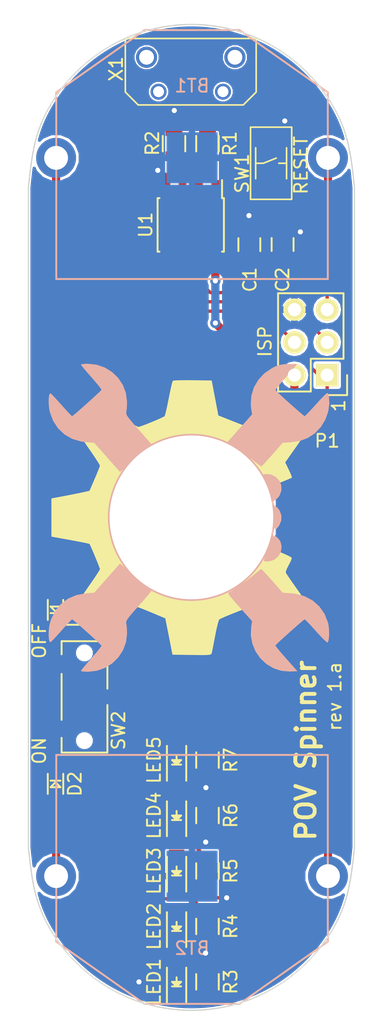
<source format=kicad_pcb>
(kicad_pcb (version 20160815) (host pcbnew "(2017-01-24 revision 0b6147e)-makepkg")

  (general
    (links 42)
    (no_connects 1)
    (area 111.849999 47.806452 137.260001 124.352652)
    (thickness 1.6)
    (drawings 198)
    (tracks 184)
    (zones 0)
    (modules 26)
    (nets 20)
  )

  (page A4)
  (layers
    (0 F.Cu signal)
    (31 B.Cu signal)
    (32 B.Adhes user)
    (33 F.Adhes user)
    (34 B.Paste user)
    (35 F.Paste user)
    (36 B.SilkS user)
    (37 F.SilkS user)
    (38 B.Mask user)
    (39 F.Mask user)
    (40 Dwgs.User user)
    (41 Cmts.User user)
    (42 Eco1.User user)
    (43 Eco2.User user)
    (44 Edge.Cuts user)
    (45 Margin user)
    (46 B.CrtYd user)
    (47 F.CrtYd user)
    (48 B.Fab user)
    (49 F.Fab user)
  )

  (setup
    (last_trace_width 0.25)
    (user_trace_width 0.254)
    (user_trace_width 0.381)
    (user_trace_width 0.508)
    (user_trace_width 0.635)
    (user_trace_width 0.762)
    (trace_clearance 0.2)
    (zone_clearance 0.1016)
    (zone_45_only no)
    (trace_min 0.2)
    (segment_width 0.2)
    (edge_width 0.15)
    (via_size 0.8)
    (via_drill 0.4)
    (via_min_size 0.4)
    (via_min_drill 0.3)
    (uvia_size 0.3)
    (uvia_drill 0.1)
    (uvias_allowed no)
    (uvia_min_size 0.2)
    (uvia_min_drill 0.1)
    (pcb_text_width 0.3)
    (pcb_text_size 1.5 1.5)
    (mod_edge_width 0.15)
    (mod_text_size 1 1)
    (mod_text_width 0.15)
    (pad_size 1.524 1.524)
    (pad_drill 0.762)
    (pad_to_mask_clearance 0.2)
    (aux_axis_origin 0 0)
    (visible_elements 7FFEFFFF)
    (pcbplotparams
      (layerselection 0x010f0_ffffffff)
      (usegerberextensions true)
      (excludeedgelayer true)
      (linewidth 0.100000)
      (plotframeref false)
      (viasonmask false)
      (mode 1)
      (useauxorigin false)
      (hpglpennumber 1)
      (hpglpenspeed 20)
      (hpglpendiameter 15)
      (psnegative false)
      (psa4output false)
      (plotreference true)
      (plotvalue true)
      (plotinvisibletext false)
      (padsonsilk false)
      (subtractmaskfromsilk true)
      (outputformat 1)
      (mirror false)
      (drillshape 0)
      (scaleselection 1)
      (outputdirectory Gerber/))
  )

  (net 0 "")
  (net 1 /+VBAT)
  (net 2 GND)
  (net 3 /+VCC)
  (net 4 /+VUSB)
  (net 5 "Net-(D1-Pad1)")
  (net 6 "Net-(LED1-Pad2)")
  (net 7 "Net-(LED2-Pad2)")
  (net 8 "Net-(LED3-Pad2)")
  (net 9 "Net-(LED4-Pad2)")
  (net 10 "Net-(LED5-Pad2)")
  (net 11 /PB1)
  (net 12 /PB2)
  (net 13 /PB0)
  (net 14 /RESET)
  (net 15 /PB3)
  (net 16 "Net-(R1-Pad2)")
  (net 17 "Net-(R2-Pad2)")
  (net 18 /PB4)
  (net 19 "Net-(X1-Pad4)")

  (net_class Default "This is the default net class."
    (clearance 0.2)
    (trace_width 0.25)
    (via_dia 0.8)
    (via_drill 0.4)
    (uvia_dia 0.3)
    (uvia_drill 0.1)
    (add_net /+VBAT)
    (add_net /+VCC)
    (add_net /+VUSB)
    (add_net /PB0)
    (add_net /PB1)
    (add_net /PB2)
    (add_net /PB3)
    (add_net /PB4)
    (add_net /RESET)
    (add_net GND)
    (add_net "Net-(D1-Pad1)")
    (add_net "Net-(LED1-Pad2)")
    (add_net "Net-(LED2-Pad2)")
    (add_net "Net-(LED3-Pad2)")
    (add_net "Net-(LED4-Pad2)")
    (add_net "Net-(LED5-Pad2)")
    (add_net "Net-(R1-Pad2)")
    (add_net "Net-(R2-Pad2)")
    (add_net "Net-(X1-Pad4)")
  )

  (module Housings_SOIC:SOIC-8_3.9x4.9mm_Pitch1.27mm (layer F.Cu) (tedit 59387D5F) (tstamp 59340F53)
    (at 124.5 63.4 270)
    (descr "8-Lead Plastic Small Outline (SN) - Narrow, 3.90 mm Body [SOIC] (see Microchip Packaging Specification 00000049BS.pdf)")
    (tags "SOIC 1.27")
    (path /592CE99E)
    (attr smd)
    (fp_text reference U1 (at 0 3.5 270) (layer F.SilkS)
      (effects (font (size 1 1) (thickness 0.15)))
    )
    (fp_text value Microchip_ATtiny85 (at 0 3.5 270) (layer F.Fab)
      (effects (font (size 1 1) (thickness 0.15)))
    )
    (fp_line (start -3.75 -2.75) (end -3.75 2.75) (layer F.CrtYd) (width 0.05))
    (fp_line (start 3.75 -2.75) (end 3.75 2.75) (layer F.CrtYd) (width 0.05))
    (fp_line (start -3.75 -2.75) (end 3.75 -2.75) (layer F.CrtYd) (width 0.05))
    (fp_line (start -3.75 2.75) (end 3.75 2.75) (layer F.CrtYd) (width 0.05))
    (fp_line (start -2.075 -2.575) (end -2.075 -2.43) (layer F.SilkS) (width 0.15))
    (fp_line (start 2.075 -2.575) (end 2.075 -2.43) (layer F.SilkS) (width 0.15))
    (fp_line (start 2.075 2.575) (end 2.075 2.43) (layer F.SilkS) (width 0.15))
    (fp_line (start -2.075 2.575) (end -2.075 2.43) (layer F.SilkS) (width 0.15))
    (fp_line (start -2.075 -2.575) (end 2.075 -2.575) (layer F.SilkS) (width 0.15))
    (fp_line (start -2.075 2.575) (end 2.075 2.575) (layer F.SilkS) (width 0.15))
    (fp_line (start -2.075 -2.43) (end -3.475 -2.43) (layer F.SilkS) (width 0.15))
    (pad 1 smd rect (at -2.7 -1.905 270) (size 1.55 0.6) (layers F.Cu F.Paste F.Mask)
      (net 14 /RESET))
    (pad 2 smd rect (at -2.7 -0.635 270) (size 1.55 0.6) (layers F.Cu F.Paste F.Mask)
      (net 15 /PB3))
    (pad 3 smd rect (at -2.7 0.635 270) (size 1.55 0.6) (layers F.Cu F.Paste F.Mask)
      (net 18 /PB4))
    (pad 4 smd rect (at -2.7 1.905 270) (size 1.55 0.6) (layers F.Cu F.Paste F.Mask)
      (net 2 GND))
    (pad 5 smd rect (at 2.7 1.905 270) (size 1.55 0.6) (layers F.Cu F.Paste F.Mask)
      (net 13 /PB0))
    (pad 6 smd rect (at 2.7 0.635 270) (size 1.55 0.6) (layers F.Cu F.Paste F.Mask)
      (net 11 /PB1))
    (pad 7 smd rect (at 2.7 -0.635 270) (size 1.55 0.6) (layers F.Cu F.Paste F.Mask)
      (net 12 /PB2))
    (pad 8 smd rect (at 2.7 -1.905 270) (size 1.55 0.6) (layers F.Cu F.Paste F.Mask)
      (net 3 /+VCC))
    (model Housings_SOIC.3dshapes/SOIC-8_3.9x4.9mm_Pitch1.27mm.wrl
      (at (xyz 0 0 0))
      (scale (xyz 1 1 1))
      (rotate (xyz 0 0 0))
    )
  )

  (module BatteryHolder_MPD_BK_888:BatteryHolder_MPD_BK_888 (layer B.Cu) (tedit 59322B2D) (tstamp 59380A43)
    (at 124.6 58.2)
    (path /593168AF)
    (fp_text reference BT1 (at 0 -5.588) (layer B.SilkS)
      (effects (font (size 1 1) (thickness 0.15)) (justify mirror))
    )
    (fp_text value CR2032 (at 0 4.445) (layer B.Fab)
      (effects (font (size 1 1) (thickness 0.15)) (justify mirror))
    )
    (fp_line (start 10.541 9.398) (end 10.541 0) (layer B.SilkS) (width 0.15))
    (fp_line (start -10.541 9.398) (end 10.541 9.398) (layer B.SilkS) (width 0.15))
    (fp_line (start -10.541 0) (end -10.541 9.398) (layer B.SilkS) (width 0.15))
    (fp_line (start 10.541 0) (end 10.541 -5.08) (layer B.SilkS) (width 0.15))
    (fp_line (start 3.683 -9.906) (end 0 -9.906) (layer B.SilkS) (width 0.15))
    (fp_line (start 0 -9.906) (end -3.683 -9.906) (layer B.SilkS) (width 0.15))
    (fp_line (start 3.683 -9.906) (end 10.541 -5.08) (layer B.SilkS) (width 0.15))
    (fp_line (start -10.541 -5.08) (end -3.683 -9.906) (layer B.SilkS) (width 0.15))
    (fp_line (start -10.541 0) (end -10.541 -5.08) (layer B.SilkS) (width 0.15))
    (pad 2 smd rect (at 0 0) (size 3.96 3.96) (layers B.Cu B.Paste B.Mask)
      (net 2 GND))
    (pad 1 thru_hole circle (at 10.555 0) (size 3.1 3.1) (drill 1.85) (layers *.Cu *.Mask)
      (net 1 /+VBAT))
    (pad 1 thru_hole circle (at -10.555 0) (size 3.1 3.1) (drill 1.85) (layers *.Cu *.Mask)
      (net 1 /+VBAT))
    (model ${KIPRJMOD}/3dmodels/BK-888.step
      (at (xyz 0 0 0.1456692913385827))
      (scale (xyz 0.98 0.98 0.98))
      (rotate (xyz 270 0 0))
    )
  )

  (module BatteryHolder_MPD_BK_888:BatteryHolder_MPD_BK_888 (layer B.Cu) (tedit 59322B2D) (tstamp 59380A4A)
    (at 124.6 113.9 180)
    (path /59322F57)
    (fp_text reference BT2 (at 0 -5.588 180) (layer B.SilkS)
      (effects (font (size 1 1) (thickness 0.15)) (justify mirror))
    )
    (fp_text value CR2032 (at 0 4.445 180) (layer B.Fab)
      (effects (font (size 1 1) (thickness 0.15)) (justify mirror))
    )
    (fp_line (start -10.541 0) (end -10.541 -5.08) (layer B.SilkS) (width 0.15))
    (fp_line (start -10.541 -5.08) (end -3.683 -9.906) (layer B.SilkS) (width 0.15))
    (fp_line (start 3.683 -9.906) (end 10.541 -5.08) (layer B.SilkS) (width 0.15))
    (fp_line (start 0 -9.906) (end -3.683 -9.906) (layer B.SilkS) (width 0.15))
    (fp_line (start 3.683 -9.906) (end 0 -9.906) (layer B.SilkS) (width 0.15))
    (fp_line (start 10.541 0) (end 10.541 -5.08) (layer B.SilkS) (width 0.15))
    (fp_line (start -10.541 0) (end -10.541 9.398) (layer B.SilkS) (width 0.15))
    (fp_line (start -10.541 9.398) (end 10.541 9.398) (layer B.SilkS) (width 0.15))
    (fp_line (start 10.541 9.398) (end 10.541 0) (layer B.SilkS) (width 0.15))
    (pad 1 thru_hole circle (at -10.555 0 180) (size 3.1 3.1) (drill 1.85) (layers *.Cu *.Mask)
      (net 1 /+VBAT))
    (pad 1 thru_hole circle (at 10.555 0 180) (size 3.1 3.1) (drill 1.85) (layers *.Cu *.Mask)
      (net 1 /+VBAT))
    (pad 2 smd rect (at 0 0 180) (size 3.96 3.96) (layers B.Cu B.Paste B.Mask)
      (net 2 GND))
    (model ${KIPRJMOD}/3dmodels/BK-888.step
      (at (xyz 0 0 0.1456692913385827))
      (scale (xyz 0.98 0.98 0.98))
      (rotate (xyz 270 0 0))
    )
  )

  (module logo:LOGO (layer F.Cu) (tedit 0) (tstamp 5938D18E)
    (at 123.55 87.96 90)
    (fp_text reference G*** (at 0 0 90) (layer F.SilkS) hide
      (effects (font (thickness 0.3)))
    )
    (fp_text value LOGO (at 0.75 0 90) (layer F.SilkS) hide
      (effects (font (thickness 0.3)))
    )
    (fp_poly (pts (xy 3.536716 -8.847667) (xy 3.622959 -8.399568) (xy 3.709441 -7.962813) (xy 3.785243 -7.591874)
      (xy 3.833049 -7.369335) (xy 3.937 -6.907003) (xy 4.868334 -6.504085) (xy 5.238588 -6.346874)
      (xy 5.555368 -6.217911) (xy 5.784693 -6.130658) (xy 5.892008 -6.098583) (xy 5.98918 -6.144107)
      (xy 6.199177 -6.271702) (xy 6.496913 -6.46518) (xy 6.857303 -6.708357) (xy 7.134634 -6.900333)
      (xy 7.522144 -7.168547) (xy 7.862373 -7.398836) (xy 8.130822 -7.575032) (xy 8.302995 -7.680969)
      (xy 8.353355 -7.704667) (xy 8.438175 -7.647151) (xy 8.614817 -7.490935) (xy 8.858929 -7.260518)
      (xy 9.14616 -6.980398) (xy 9.452159 -6.675074) (xy 9.752575 -6.369044) (xy 10.023057 -6.086807)
      (xy 10.239254 -5.852862) (xy 10.376815 -5.691706) (xy 10.413881 -5.631657) (xy 10.368985 -5.535347)
      (xy 10.244969 -5.324489) (xy 10.057717 -5.024704) (xy 9.823115 -4.661616) (xy 9.652 -4.402667)
      (xy 9.394166 -4.007486) (xy 9.173647 -3.653644) (xy 9.006503 -3.368195) (xy 8.908795 -3.178189)
      (xy 8.890119 -3.119382) (xy 8.921958 -2.990459) (xy 9.006833 -2.746654) (xy 9.128632 -2.427336)
      (xy 9.271241 -2.071878) (xy 9.41855 -1.719648) (xy 9.554446 -1.410019) (xy 9.662816 -1.182361)
      (xy 9.725596 -1.077871) (xy 9.828112 -1.039425) (xy 10.066994 -0.977331) (xy 10.412076 -0.898624)
      (xy 10.833194 -0.810338) (xy 11.094721 -0.758613) (xy 11.545784 -0.667888) (xy 11.938117 -0.58255)
      (xy 12.241497 -0.509679) (xy 12.425699 -0.456352) (xy 12.465713 -0.437488) (xy 12.486981 -0.334014)
      (xy 12.502902 -0.090174) (xy 12.512616 0.265125) (xy 12.515261 0.702974) (xy 12.511563 1.102614)
      (xy 12.488334 2.573636) (xy 11.133729 2.832518) (xy 9.779125 3.091399) (xy 9.334812 4.215309)
      (xy 8.8905 5.339218) (xy 9.657457 6.485154) (xy 9.913706 6.874897) (xy 10.130322 7.217553)
      (xy 10.292033 7.487882) (xy 10.383572 7.660647) (xy 10.398041 7.709252) (xy 10.331451 7.800528)
      (xy 10.172135 7.98451) (xy 9.943665 8.236403) (xy 9.669611 8.531411) (xy 9.373548 8.844736)
      (xy 9.079046 9.151583) (xy 8.809679 9.427155) (xy 8.589017 9.646656) (xy 8.440634 9.785289)
      (xy 8.390239 9.821333) (xy 8.302487 9.774806) (xy 8.102104 9.64636) (xy 7.814107 9.452699)
      (xy 7.463513 9.210527) (xy 7.236596 9.051064) (xy 6.147232 8.280794) (xy 5.572797 8.558688)
      (xy 5.293753 8.687061) (xy 5.079062 8.773411) (xy 4.96852 8.802011) (xy 4.962734 8.799791)
      (xy 4.919156 8.711293) (xy 4.826677 8.497304) (xy 4.698782 8.189752) (xy 4.54896 7.820568)
      (xy 4.546167 7.813608) (xy 4.165227 6.864216) (xy 4.813114 6.511306) (xy 5.418626 6.115211)
      (xy 6.021989 5.601401) (xy 6.581214 5.013217) (xy 7.054317 4.394002) (xy 7.347958 3.894667)
      (xy 7.750012 2.908338) (xy 7.985505 1.901968) (xy 8.054437 0.886029) (xy 7.956806 -0.129008)
      (xy 7.692615 -1.132671) (xy 7.347958 -1.947333) (xy 7.0083 -2.50981) (xy 6.554903 -3.090093)
      (xy 6.029293 -3.644707) (xy 5.472996 -4.130182) (xy 4.927536 -4.503044) (xy 4.882443 -4.52846)
      (xy 3.950453 -4.952005) (xy 2.98909 -5.215921) (xy 2.015291 -5.32288) (xy 1.045991 -5.275552)
      (xy 0.098126 -5.076608) (xy -0.811367 -4.72872) (xy -1.665552 -4.234558) (xy -2.447494 -3.596794)
      (xy -2.709333 -3.331177) (xy -3.210717 -2.739143) (xy -3.602971 -2.142857) (xy -3.924688 -1.478395)
      (xy -4.093623 -1.038116) (xy -4.196566 -0.73976) (xy -4.268615 -0.492135) (xy -4.315258 -0.253433)
      (xy -4.341985 0.018156) (xy -4.354283 0.364442) (xy -4.357641 0.827234) (xy -4.357727 0.973667)
      (xy -4.355809 1.474077) (xy -4.346397 1.846977) (xy -4.324001 2.134173) (xy -4.283132 2.377478)
      (xy -4.218303 2.618699) (xy -4.124024 2.899648) (xy -4.093623 2.985449) (xy -3.802623 3.70322)
      (xy -3.466886 4.31661) (xy -3.046795 4.890495) (xy -2.672201 5.313161) (xy -2.39387 5.582846)
      (xy -2.05724 5.869529) (xy -1.693854 6.150741) (xy -1.335251 6.404015) (xy -1.012974 6.606883)
      (xy -0.758564 6.736877) (xy -0.622369 6.773333) (xy -0.49138 6.824272) (xy -0.472939 6.846233)
      (xy -0.483559 6.952988) (xy -0.55001 7.175017) (xy -0.656772 7.474025) (xy -0.788327 7.811718)
      (xy -0.929157 8.149801) (xy -1.063742 8.449981) (xy -1.176565 8.673963) (xy -1.252106 8.783453)
      (xy -1.259752 8.787806) (xy -1.376799 8.76459) (xy -1.589615 8.673292) (xy -1.822379 8.550162)
      (xy -2.082418 8.416563) (xy -2.29361 8.335293) (xy -2.40013 8.323012) (xy -2.504608 8.384749)
      (xy -2.719323 8.526702) (xy -3.016964 8.730324) (xy -3.370219 8.977071) (xy -3.533987 9.092929)
      (xy -3.895034 9.348039) (xy -4.204343 9.56414) (xy -4.437116 9.724097) (xy -4.568557 9.810779)
      (xy -4.58827 9.821333) (xy -4.654321 9.764425) (xy -4.819833 9.606558) (xy -5.065038 9.367017)
      (xy -5.370171 9.06509) (xy -5.661655 8.774038) (xy -6.706435 7.726743) (xy -5.935551 6.574941)
      (xy -5.676767 6.183704) (xy -5.454964 5.839638) (xy -5.285972 5.568007) (xy -5.185621 5.394075)
      (xy -5.164666 5.3446) (xy -5.195645 5.219486) (xy -5.278546 4.977419) (xy -5.398313 4.656077)
      (xy -5.539894 4.293136) (xy -5.688234 3.926273) (xy -5.828279 3.593165) (xy -5.944975 3.331488)
      (xy -6.023267 3.178919) (xy -6.037875 3.15917) (xy -6.154025 3.108021) (xy -6.403988 3.036559)
      (xy -6.754677 2.953073) (xy -7.173007 2.865853) (xy -7.323666 2.837026) (xy -7.762248 2.753932)
      (xy -8.149703 2.678508) (xy -8.451284 2.617668) (xy -8.632245 2.578321) (xy -8.659094 2.571372)
      (xy -8.712952 2.543142) (xy -8.751471 2.479121) (xy -8.776603 2.355619) (xy -8.790302 2.148946)
      (xy -8.79452 1.835415) (xy -8.791212 1.391334) (xy -8.786094 1.030849) (xy -8.763 -0.465667)
      (xy -7.789333 -0.657651) (xy -7.352329 -0.743944) (xy -6.928984 -0.82776) (xy -6.574238 -0.89821)
      (xy -6.381353 -0.936706) (xy -5.94704 -1.023776) (xy -5.51352 -2.057995) (xy -5.352765 -2.446074)
      (xy -5.218984 -2.77776) (xy -5.12443 -3.02201) (xy -5.081358 -3.147785) (xy -5.08 -3.156089)
      (xy -5.124826 -3.24426) (xy -5.249006 -3.448374) (xy -5.437097 -3.744066) (xy -5.673654 -4.106969)
      (xy -5.880215 -4.418528) (xy -6.680431 -5.617092) (xy -6.014505 -6.343379) (xy -5.579479 -6.813209)
      (xy -5.240419 -7.167258) (xy -4.983061 -7.41829) (xy -4.793144 -7.579068) (xy -4.656404 -7.662356)
      (xy -4.558579 -7.680918) (xy -4.528196 -7.673485) (xy -4.412794 -7.607749) (xy -4.187067 -7.461976)
      (xy -3.878506 -7.254518) (xy -3.514603 -7.003725) (xy -3.30627 -6.857801) (xy -2.929526 -6.596218)
      (xy -2.598329 -6.373387) (xy -2.338499 -6.206124) (xy -2.175855 -6.111246) (xy -2.13669 -6.096)
      (xy -2.033463 -6.127233) (xy -1.813327 -6.210327) (xy -1.514554 -6.329374) (xy -1.175416 -6.468465)
      (xy -0.834186 -6.611692) (xy -0.529135 -6.743148) (xy -0.298536 -6.846924) (xy -0.180661 -6.907112)
      (xy -0.17513 -6.911339) (xy -0.148875 -7.001644) (xy -0.09868 -7.231183) (xy -0.030099 -7.572444)
      (xy 0.051313 -7.997915) (xy 0.126307 -8.404425) (xy 0.391209 -9.863667) (xy 3.344334 -9.863667)
      (xy 3.536716 -8.847667)) (layer F.SilkS) (width 0.01))
  )

  (module Capacitors_SMD:C_0805 (layer F.Cu) (tedit 593AA2ED) (tstamp 59340EBA)
    (at 129.05 64.93 90)
    (descr "Capacitor SMD 0805, reflow soldering, AVX (see smccp.pdf)")
    (tags "capacitor 0805")
    (path /592EDA52)
    (attr smd)
    (fp_text reference C1 (at -2.72 0.04 90) (layer F.SilkS)
      (effects (font (size 1 1) (thickness 0.15)))
    )
    (fp_text value .1uF (at 0 2.1 90) (layer F.Fab)
      (effects (font (size 1 1) (thickness 0.15)))
    )
    (fp_line (start -1.8 -1) (end 1.8 -1) (layer F.CrtYd) (width 0.05))
    (fp_line (start -1.8 1) (end 1.8 1) (layer F.CrtYd) (width 0.05))
    (fp_line (start -1.8 -1) (end -1.8 1) (layer F.CrtYd) (width 0.05))
    (fp_line (start 1.8 -1) (end 1.8 1) (layer F.CrtYd) (width 0.05))
    (fp_line (start 0.5 -0.85) (end -0.5 -0.85) (layer F.SilkS) (width 0.15))
    (fp_line (start -0.5 0.85) (end 0.5 0.85) (layer F.SilkS) (width 0.15))
    (pad 1 smd rect (at -1 0 90) (size 1 1.25) (layers F.Cu F.Paste F.Mask)
      (net 3 /+VCC))
    (pad 2 smd rect (at 1 0 90) (size 1 1.25) (layers F.Cu F.Paste F.Mask)
      (net 2 GND))
    (model Capacitors_SMD.3dshapes/C_0805.wrl
      (at (xyz 0 0 0))
      (scale (xyz 1 1 1))
      (rotate (xyz 0 0 0))
    )
  )

  (module Capacitors_SMD:C_0805 (layer F.Cu) (tedit 593AA2E4) (tstamp 59340EC0)
    (at 131.63 64.92 90)
    (descr "Capacitor SMD 0805, reflow soldering, AVX (see smccp.pdf)")
    (tags "capacitor 0805")
    (path /592ED9B8)
    (attr smd)
    (fp_text reference C2 (at -2.73 0 90) (layer F.SilkS)
      (effects (font (size 1 1) (thickness 0.15)))
    )
    (fp_text value 10uF (at 0 2.1 90) (layer F.Fab)
      (effects (font (size 1 1) (thickness 0.15)))
    )
    (fp_line (start -0.5 0.85) (end 0.5 0.85) (layer F.SilkS) (width 0.15))
    (fp_line (start 0.5 -0.85) (end -0.5 -0.85) (layer F.SilkS) (width 0.15))
    (fp_line (start 1.8 -1) (end 1.8 1) (layer F.CrtYd) (width 0.05))
    (fp_line (start -1.8 -1) (end -1.8 1) (layer F.CrtYd) (width 0.05))
    (fp_line (start -1.8 1) (end 1.8 1) (layer F.CrtYd) (width 0.05))
    (fp_line (start -1.8 -1) (end 1.8 -1) (layer F.CrtYd) (width 0.05))
    (pad 2 smd rect (at 1 0 90) (size 1 1.25) (layers F.Cu F.Paste F.Mask)
      (net 2 GND))
    (pad 1 smd rect (at -1 0 90) (size 1 1.25) (layers F.Cu F.Paste F.Mask)
      (net 3 /+VCC))
    (model Capacitors_SMD.3dshapes/C_0805.wrl
      (at (xyz 0 0 0))
      (scale (xyz 1 1 1))
      (rotate (xyz 0 0 0))
    )
  )

  (module Diodes_SMD_SOD_523:SOD-523 (layer F.Cu) (tedit 593ACCBB) (tstamp 59340ECC)
    (at 114 93.25 90)
    (descr "http://www.diodes.com/datasheets/ap02001.pdf p.144")
    (tags "Diode SOD523")
    (path /592ED80C)
    (attr smd)
    (fp_text reference D1 (at -0.42 1.4 90) (layer F.SilkS)
      (effects (font (size 1 1) (thickness 0.15)))
    )
    (fp_text value SCHOTTKY (at 0 1.7 90) (layer F.Fab)
      (effects (font (size 1 1) (thickness 0.15)))
    )
    (fp_line (start -0.781 0.6) (end 0.769 0.6) (layer F.SilkS) (width 0.15))
    (fp_line (start -0.781 -0.6) (end 0.769 -0.6) (layer F.SilkS) (width 0.15))
    (fp_line (start -0.127 0) (end 0.254 0.381) (layer F.SilkS) (width 0.15))
    (fp_line (start 0.254 -0.381) (end -0.127 0) (layer F.SilkS) (width 0.15))
    (fp_line (start 0.254 0.381) (end 0.254 -0.381) (layer F.SilkS) (width 0.15))
    (fp_line (start -0.254 0.381) (end -0.254 -0.381) (layer F.SilkS) (width 0.15))
    (pad 1 smd rect (at -0.7 0 90) (size 0.6 0.7) (layers F.Cu F.Paste F.Mask)
      (net 5 "Net-(D1-Pad1)"))
    (pad 2 smd rect (at 0.7 0 90) (size 0.6 0.7) (layers F.Cu F.Paste F.Mask)
      (net 4 /+VUSB))
    (model ${KIPRJMOD}/3dmodels/Diodes_SOD_523.step
      (at (xyz 0 0 0))
      (scale (xyz 1 1 1))
      (rotate (xyz 270 0 0))
    )
  )

  (module Diodes_SMD_SOD_523:SOD-523 (layer F.Cu) (tedit 59387D19) (tstamp 59340ED8)
    (at 114 106.75 270)
    (descr "http://www.diodes.com/datasheets/ap02001.pdf p.144")
    (tags "Diode SOD523")
    (path /592ED75D)
    (attr smd)
    (fp_text reference D2 (at 0 -1.5 270) (layer F.SilkS)
      (effects (font (size 1 1) (thickness 0.15)))
    )
    (fp_text value SCHOTTKY (at 0 1.7 270) (layer F.Fab)
      (effects (font (size 1 1) (thickness 0.15)))
    )
    (fp_line (start -0.254 0.381) (end -0.254 -0.381) (layer F.SilkS) (width 0.15))
    (fp_line (start 0.254 0.381) (end 0.254 -0.381) (layer F.SilkS) (width 0.15))
    (fp_line (start 0.254 -0.381) (end -0.127 0) (layer F.SilkS) (width 0.15))
    (fp_line (start -0.127 0) (end 0.254 0.381) (layer F.SilkS) (width 0.15))
    (fp_line (start -0.781 -0.6) (end 0.769 -0.6) (layer F.SilkS) (width 0.15))
    (fp_line (start -0.781 0.6) (end 0.769 0.6) (layer F.SilkS) (width 0.15))
    (pad 2 smd rect (at 0.7 0 270) (size 0.6 0.7) (layers F.Cu F.Paste F.Mask)
      (net 1 /+VBAT))
    (pad 1 smd rect (at -0.7 0 270) (size 0.6 0.7) (layers F.Cu F.Paste F.Mask)
      (net 5 "Net-(D1-Pad1)"))
    (model ${KIPRJMOD}/3dmodels/Diodes_SOD_523.step
      (at (xyz 0 0 0))
      (scale (xyz 1 1 1))
      (rotate (xyz 270 0 0))
    )
  )

  (module LEDs:LED_0805 (layer F.Cu) (tedit 55BDE1C2) (tstamp 59340EEA)
    (at 123.4 122.1 90)
    (descr "LED 0805 smd package")
    (tags "LED 0805 SMD")
    (path /592EE45E)
    (attr smd)
    (fp_text reference LED1 (at 0 -1.75 90) (layer F.SilkS)
      (effects (font (size 1 1) (thickness 0.15)))
    )
    (fp_text value LED (at 0 1.75 90) (layer F.Fab)
      (effects (font (size 1 1) (thickness 0.15)))
    )
    (fp_line (start -1.6 0.75) (end 1.1 0.75) (layer F.SilkS) (width 0.15))
    (fp_line (start -1.6 -0.75) (end 1.1 -0.75) (layer F.SilkS) (width 0.15))
    (fp_line (start -0.1 0.15) (end -0.1 -0.1) (layer F.SilkS) (width 0.15))
    (fp_line (start -0.1 -0.1) (end -0.25 0.05) (layer F.SilkS) (width 0.15))
    (fp_line (start -0.35 -0.35) (end -0.35 0.35) (layer F.SilkS) (width 0.15))
    (fp_line (start 0 0) (end 0.35 0) (layer F.SilkS) (width 0.15))
    (fp_line (start -0.35 0) (end 0 -0.35) (layer F.SilkS) (width 0.15))
    (fp_line (start 0 -0.35) (end 0 0.35) (layer F.SilkS) (width 0.15))
    (fp_line (start 0 0.35) (end -0.35 0) (layer F.SilkS) (width 0.15))
    (fp_line (start 1.9 -0.95) (end 1.9 0.95) (layer F.CrtYd) (width 0.05))
    (fp_line (start 1.9 0.95) (end -1.9 0.95) (layer F.CrtYd) (width 0.05))
    (fp_line (start -1.9 0.95) (end -1.9 -0.95) (layer F.CrtYd) (width 0.05))
    (fp_line (start -1.9 -0.95) (end 1.9 -0.95) (layer F.CrtYd) (width 0.05))
    (pad 2 smd rect (at 1.04902 0 270) (size 1.19888 1.19888) (layers F.Cu F.Paste F.Mask)
      (net 6 "Net-(LED1-Pad2)"))
    (pad 1 smd rect (at -1.04902 0 270) (size 1.19888 1.19888) (layers F.Cu F.Paste F.Mask)
      (net 2 GND))
    (model LEDs.3dshapes/LED_0805.wrl
      (at (xyz 0 0 0))
      (scale (xyz 1 1 1))
      (rotate (xyz 0 0 0))
    )
  )

  (module LEDs:LED_0805 (layer F.Cu) (tedit 55BDE1C2) (tstamp 59340EF0)
    (at 123.4 117.8 90)
    (descr "LED 0805 smd package")
    (tags "LED 0805 SMD")
    (path /592EE5E5)
    (attr smd)
    (fp_text reference LED2 (at 0 -1.75 90) (layer F.SilkS)
      (effects (font (size 1 1) (thickness 0.15)))
    )
    (fp_text value LED (at 0 1.75 90) (layer F.Fab)
      (effects (font (size 1 1) (thickness 0.15)))
    )
    (fp_line (start -1.9 -0.95) (end 1.9 -0.95) (layer F.CrtYd) (width 0.05))
    (fp_line (start -1.9 0.95) (end -1.9 -0.95) (layer F.CrtYd) (width 0.05))
    (fp_line (start 1.9 0.95) (end -1.9 0.95) (layer F.CrtYd) (width 0.05))
    (fp_line (start 1.9 -0.95) (end 1.9 0.95) (layer F.CrtYd) (width 0.05))
    (fp_line (start 0 0.35) (end -0.35 0) (layer F.SilkS) (width 0.15))
    (fp_line (start 0 -0.35) (end 0 0.35) (layer F.SilkS) (width 0.15))
    (fp_line (start -0.35 0) (end 0 -0.35) (layer F.SilkS) (width 0.15))
    (fp_line (start 0 0) (end 0.35 0) (layer F.SilkS) (width 0.15))
    (fp_line (start -0.35 -0.35) (end -0.35 0.35) (layer F.SilkS) (width 0.15))
    (fp_line (start -0.1 -0.1) (end -0.25 0.05) (layer F.SilkS) (width 0.15))
    (fp_line (start -0.1 0.15) (end -0.1 -0.1) (layer F.SilkS) (width 0.15))
    (fp_line (start -1.6 -0.75) (end 1.1 -0.75) (layer F.SilkS) (width 0.15))
    (fp_line (start -1.6 0.75) (end 1.1 0.75) (layer F.SilkS) (width 0.15))
    (pad 1 smd rect (at -1.04902 0 270) (size 1.19888 1.19888) (layers F.Cu F.Paste F.Mask)
      (net 2 GND))
    (pad 2 smd rect (at 1.04902 0 270) (size 1.19888 1.19888) (layers F.Cu F.Paste F.Mask)
      (net 7 "Net-(LED2-Pad2)"))
    (model LEDs.3dshapes/LED_0805.wrl
      (at (xyz 0 0 0))
      (scale (xyz 1 1 1))
      (rotate (xyz 0 0 0))
    )
  )

  (module LEDs:LED_0805 (layer F.Cu) (tedit 55BDE1C2) (tstamp 59340EF6)
    (at 123.4 113.5 90)
    (descr "LED 0805 smd package")
    (tags "LED 0805 SMD")
    (path /592EE639)
    (attr smd)
    (fp_text reference LED3 (at 0 -1.75 90) (layer F.SilkS)
      (effects (font (size 1 1) (thickness 0.15)))
    )
    (fp_text value LED (at 0 1.75 90) (layer F.Fab)
      (effects (font (size 1 1) (thickness 0.15)))
    )
    (fp_line (start -1.6 0.75) (end 1.1 0.75) (layer F.SilkS) (width 0.15))
    (fp_line (start -1.6 -0.75) (end 1.1 -0.75) (layer F.SilkS) (width 0.15))
    (fp_line (start -0.1 0.15) (end -0.1 -0.1) (layer F.SilkS) (width 0.15))
    (fp_line (start -0.1 -0.1) (end -0.25 0.05) (layer F.SilkS) (width 0.15))
    (fp_line (start -0.35 -0.35) (end -0.35 0.35) (layer F.SilkS) (width 0.15))
    (fp_line (start 0 0) (end 0.35 0) (layer F.SilkS) (width 0.15))
    (fp_line (start -0.35 0) (end 0 -0.35) (layer F.SilkS) (width 0.15))
    (fp_line (start 0 -0.35) (end 0 0.35) (layer F.SilkS) (width 0.15))
    (fp_line (start 0 0.35) (end -0.35 0) (layer F.SilkS) (width 0.15))
    (fp_line (start 1.9 -0.95) (end 1.9 0.95) (layer F.CrtYd) (width 0.05))
    (fp_line (start 1.9 0.95) (end -1.9 0.95) (layer F.CrtYd) (width 0.05))
    (fp_line (start -1.9 0.95) (end -1.9 -0.95) (layer F.CrtYd) (width 0.05))
    (fp_line (start -1.9 -0.95) (end 1.9 -0.95) (layer F.CrtYd) (width 0.05))
    (pad 2 smd rect (at 1.04902 0 270) (size 1.19888 1.19888) (layers F.Cu F.Paste F.Mask)
      (net 8 "Net-(LED3-Pad2)"))
    (pad 1 smd rect (at -1.04902 0 270) (size 1.19888 1.19888) (layers F.Cu F.Paste F.Mask)
      (net 2 GND))
    (model LEDs.3dshapes/LED_0805.wrl
      (at (xyz 0 0 0))
      (scale (xyz 1 1 1))
      (rotate (xyz 0 0 0))
    )
  )

  (module LEDs:LED_0805 (layer F.Cu) (tedit 55BDE1C2) (tstamp 59340EFC)
    (at 123.4 109.2 90)
    (descr "LED 0805 smd package")
    (tags "LED 0805 SMD")
    (path /592EE678)
    (attr smd)
    (fp_text reference LED4 (at 0 -1.75 90) (layer F.SilkS)
      (effects (font (size 1 1) (thickness 0.15)))
    )
    (fp_text value LED (at 0 1.75 90) (layer F.Fab)
      (effects (font (size 1 1) (thickness 0.15)))
    )
    (fp_line (start -1.9 -0.95) (end 1.9 -0.95) (layer F.CrtYd) (width 0.05))
    (fp_line (start -1.9 0.95) (end -1.9 -0.95) (layer F.CrtYd) (width 0.05))
    (fp_line (start 1.9 0.95) (end -1.9 0.95) (layer F.CrtYd) (width 0.05))
    (fp_line (start 1.9 -0.95) (end 1.9 0.95) (layer F.CrtYd) (width 0.05))
    (fp_line (start 0 0.35) (end -0.35 0) (layer F.SilkS) (width 0.15))
    (fp_line (start 0 -0.35) (end 0 0.35) (layer F.SilkS) (width 0.15))
    (fp_line (start -0.35 0) (end 0 -0.35) (layer F.SilkS) (width 0.15))
    (fp_line (start 0 0) (end 0.35 0) (layer F.SilkS) (width 0.15))
    (fp_line (start -0.35 -0.35) (end -0.35 0.35) (layer F.SilkS) (width 0.15))
    (fp_line (start -0.1 -0.1) (end -0.25 0.05) (layer F.SilkS) (width 0.15))
    (fp_line (start -0.1 0.15) (end -0.1 -0.1) (layer F.SilkS) (width 0.15))
    (fp_line (start -1.6 -0.75) (end 1.1 -0.75) (layer F.SilkS) (width 0.15))
    (fp_line (start -1.6 0.75) (end 1.1 0.75) (layer F.SilkS) (width 0.15))
    (pad 1 smd rect (at -1.04902 0 270) (size 1.19888 1.19888) (layers F.Cu F.Paste F.Mask)
      (net 2 GND))
    (pad 2 smd rect (at 1.04902 0 270) (size 1.19888 1.19888) (layers F.Cu F.Paste F.Mask)
      (net 9 "Net-(LED4-Pad2)"))
    (model LEDs.3dshapes/LED_0805.wrl
      (at (xyz 0 0 0))
      (scale (xyz 1 1 1))
      (rotate (xyz 0 0 0))
    )
  )

  (module LEDs:LED_0805 (layer F.Cu) (tedit 55BDE1C2) (tstamp 59340F02)
    (at 123.4 104.9 90)
    (descr "LED 0805 smd package")
    (tags "LED 0805 SMD")
    (path /592EE6BA)
    (attr smd)
    (fp_text reference LED5 (at 0 -1.75 90) (layer F.SilkS)
      (effects (font (size 1 1) (thickness 0.15)))
    )
    (fp_text value LED (at 0 1.75 90) (layer F.Fab)
      (effects (font (size 1 1) (thickness 0.15)))
    )
    (fp_line (start -1.6 0.75) (end 1.1 0.75) (layer F.SilkS) (width 0.15))
    (fp_line (start -1.6 -0.75) (end 1.1 -0.75) (layer F.SilkS) (width 0.15))
    (fp_line (start -0.1 0.15) (end -0.1 -0.1) (layer F.SilkS) (width 0.15))
    (fp_line (start -0.1 -0.1) (end -0.25 0.05) (layer F.SilkS) (width 0.15))
    (fp_line (start -0.35 -0.35) (end -0.35 0.35) (layer F.SilkS) (width 0.15))
    (fp_line (start 0 0) (end 0.35 0) (layer F.SilkS) (width 0.15))
    (fp_line (start -0.35 0) (end 0 -0.35) (layer F.SilkS) (width 0.15))
    (fp_line (start 0 -0.35) (end 0 0.35) (layer F.SilkS) (width 0.15))
    (fp_line (start 0 0.35) (end -0.35 0) (layer F.SilkS) (width 0.15))
    (fp_line (start 1.9 -0.95) (end 1.9 0.95) (layer F.CrtYd) (width 0.05))
    (fp_line (start 1.9 0.95) (end -1.9 0.95) (layer F.CrtYd) (width 0.05))
    (fp_line (start -1.9 0.95) (end -1.9 -0.95) (layer F.CrtYd) (width 0.05))
    (fp_line (start -1.9 -0.95) (end 1.9 -0.95) (layer F.CrtYd) (width 0.05))
    (pad 2 smd rect (at 1.04902 0 270) (size 1.19888 1.19888) (layers F.Cu F.Paste F.Mask)
      (net 10 "Net-(LED5-Pad2)"))
    (pad 1 smd rect (at -1.04902 0 270) (size 1.19888 1.19888) (layers F.Cu F.Paste F.Mask)
      (net 2 GND))
    (model LEDs.3dshapes/LED_0805.wrl
      (at (xyz 0 0 0))
      (scale (xyz 1 1 1))
      (rotate (xyz 0 0 0))
    )
  )

  (module Resistors_SMD:R_0805 (layer F.Cu) (tedit 593AA320) (tstamp 59340F12)
    (at 125.8 57.1 90)
    (descr "Resistor SMD 0805, reflow soldering, Vishay (see dcrcw.pdf)")
    (tags "resistor 0805")
    (path /592ECCD7)
    (attr smd)
    (fp_text reference R1 (at 0 1.74 90) (layer F.SilkS)
      (effects (font (size 1 1) (thickness 0.15)))
    )
    (fp_text value 68 (at 0 2.1 90) (layer F.Fab)
      (effects (font (size 1 1) (thickness 0.15)))
    )
    (fp_line (start -1.6 -1) (end 1.6 -1) (layer F.CrtYd) (width 0.05))
    (fp_line (start -1.6 1) (end 1.6 1) (layer F.CrtYd) (width 0.05))
    (fp_line (start -1.6 -1) (end -1.6 1) (layer F.CrtYd) (width 0.05))
    (fp_line (start 1.6 -1) (end 1.6 1) (layer F.CrtYd) (width 0.05))
    (fp_line (start 0.6 0.875) (end -0.6 0.875) (layer F.SilkS) (width 0.15))
    (fp_line (start -0.6 -0.875) (end 0.6 -0.875) (layer F.SilkS) (width 0.15))
    (pad 1 smd rect (at -0.95 0 90) (size 0.7 1.3) (layers F.Cu F.Paste F.Mask)
      (net 15 /PB3))
    (pad 2 smd rect (at 0.95 0 90) (size 0.7 1.3) (layers F.Cu F.Paste F.Mask)
      (net 16 "Net-(R1-Pad2)"))
    (model Resistors_SMD.3dshapes/R_0805.wrl
      (at (xyz 0 0 0))
      (scale (xyz 1 1 1))
      (rotate (xyz 0 0 0))
    )
  )

  (module Resistors_SMD:R_0805 (layer F.Cu) (tedit 593AA313) (tstamp 59340F18)
    (at 123.2 57.1 90)
    (descr "Resistor SMD 0805, reflow soldering, Vishay (see dcrcw.pdf)")
    (tags "resistor 0805")
    (path /592ECDDB)
    (attr smd)
    (fp_text reference R2 (at 0.03 -1.68 90) (layer F.SilkS)
      (effects (font (size 1 1) (thickness 0.15)))
    )
    (fp_text value 68 (at 0 2.1 90) (layer F.Fab)
      (effects (font (size 1 1) (thickness 0.15)))
    )
    (fp_line (start -0.6 -0.875) (end 0.6 -0.875) (layer F.SilkS) (width 0.15))
    (fp_line (start 0.6 0.875) (end -0.6 0.875) (layer F.SilkS) (width 0.15))
    (fp_line (start 1.6 -1) (end 1.6 1) (layer F.CrtYd) (width 0.05))
    (fp_line (start -1.6 -1) (end -1.6 1) (layer F.CrtYd) (width 0.05))
    (fp_line (start -1.6 1) (end 1.6 1) (layer F.CrtYd) (width 0.05))
    (fp_line (start -1.6 -1) (end 1.6 -1) (layer F.CrtYd) (width 0.05))
    (pad 2 smd rect (at 0.95 0 90) (size 0.7 1.3) (layers F.Cu F.Paste F.Mask)
      (net 17 "Net-(R2-Pad2)"))
    (pad 1 smd rect (at -0.95 0 90) (size 0.7 1.3) (layers F.Cu F.Paste F.Mask)
      (net 18 /PB4))
    (model Resistors_SMD.3dshapes/R_0805.wrl
      (at (xyz 0 0 0))
      (scale (xyz 1 1 1))
      (rotate (xyz 0 0 0))
    )
  )

  (module Resistors_SMD:R_0805 (layer F.Cu) (tedit 59391F71) (tstamp 59340F1E)
    (at 125.8 122.1 90)
    (descr "Resistor SMD 0805, reflow soldering, Vishay (see dcrcw.pdf)")
    (tags "resistor 0805")
    (path /592EE785)
    (attr smd)
    (fp_text reference R3 (at 0 1.8 90) (layer F.SilkS)
      (effects (font (size 1 1) (thickness 0.15)))
    )
    (fp_text value 470 (at 0 2.1 90) (layer F.Fab)
      (effects (font (size 1 1) (thickness 0.15)))
    )
    (fp_line (start -1.6 -1) (end 1.6 -1) (layer F.CrtYd) (width 0.05))
    (fp_line (start -1.6 1) (end 1.6 1) (layer F.CrtYd) (width 0.05))
    (fp_line (start -1.6 -1) (end -1.6 1) (layer F.CrtYd) (width 0.05))
    (fp_line (start 1.6 -1) (end 1.6 1) (layer F.CrtYd) (width 0.05))
    (fp_line (start 0.6 0.875) (end -0.6 0.875) (layer F.SilkS) (width 0.15))
    (fp_line (start -0.6 -0.875) (end 0.6 -0.875) (layer F.SilkS) (width 0.15))
    (pad 1 smd rect (at -0.95 0 90) (size 0.7 1.3) (layers F.Cu F.Paste F.Mask)
      (net 6 "Net-(LED1-Pad2)"))
    (pad 2 smd rect (at 0.95 0 90) (size 0.7 1.3) (layers F.Cu F.Paste F.Mask)
      (net 18 /PB4))
    (model Resistors_SMD.3dshapes/R_0805.wrl
      (at (xyz 0 0 0))
      (scale (xyz 1 1 1))
      (rotate (xyz 0 0 0))
    )
  )

  (module Resistors_SMD:R_0805 (layer F.Cu) (tedit 59391F43) (tstamp 59340F24)
    (at 125.8 117.8 90)
    (descr "Resistor SMD 0805, reflow soldering, Vishay (see dcrcw.pdf)")
    (tags "resistor 0805")
    (path /592EE895)
    (attr smd)
    (fp_text reference R4 (at 0 1.8 90) (layer F.SilkS)
      (effects (font (size 1 1) (thickness 0.15)))
    )
    (fp_text value 470 (at 0 2.1 90) (layer F.Fab)
      (effects (font (size 1 1) (thickness 0.15)))
    )
    (fp_line (start -0.6 -0.875) (end 0.6 -0.875) (layer F.SilkS) (width 0.15))
    (fp_line (start 0.6 0.875) (end -0.6 0.875) (layer F.SilkS) (width 0.15))
    (fp_line (start 1.6 -1) (end 1.6 1) (layer F.CrtYd) (width 0.05))
    (fp_line (start -1.6 -1) (end -1.6 1) (layer F.CrtYd) (width 0.05))
    (fp_line (start -1.6 1) (end 1.6 1) (layer F.CrtYd) (width 0.05))
    (fp_line (start -1.6 -1) (end 1.6 -1) (layer F.CrtYd) (width 0.05))
    (pad 2 smd rect (at 0.95 0 90) (size 0.7 1.3) (layers F.Cu F.Paste F.Mask)
      (net 15 /PB3))
    (pad 1 smd rect (at -0.95 0 90) (size 0.7 1.3) (layers F.Cu F.Paste F.Mask)
      (net 7 "Net-(LED2-Pad2)"))
    (model Resistors_SMD.3dshapes/R_0805.wrl
      (at (xyz 0 0 0))
      (scale (xyz 1 1 1))
      (rotate (xyz 0 0 0))
    )
  )

  (module Resistors_SMD:R_0805 (layer F.Cu) (tedit 59391F97) (tstamp 59340F2A)
    (at 125.8 113.5 90)
    (descr "Resistor SMD 0805, reflow soldering, Vishay (see dcrcw.pdf)")
    (tags "resistor 0805")
    (path /592EE8E0)
    (attr smd)
    (fp_text reference R5 (at 0 1.8 90) (layer F.SilkS)
      (effects (font (size 1 1) (thickness 0.15)))
    )
    (fp_text value 470 (at 0 2.1 90) (layer F.Fab)
      (effects (font (size 1 1) (thickness 0.15)))
    )
    (fp_line (start -1.6 -1) (end 1.6 -1) (layer F.CrtYd) (width 0.05))
    (fp_line (start -1.6 1) (end 1.6 1) (layer F.CrtYd) (width 0.05))
    (fp_line (start -1.6 -1) (end -1.6 1) (layer F.CrtYd) (width 0.05))
    (fp_line (start 1.6 -1) (end 1.6 1) (layer F.CrtYd) (width 0.05))
    (fp_line (start 0.6 0.875) (end -0.6 0.875) (layer F.SilkS) (width 0.15))
    (fp_line (start -0.6 -0.875) (end 0.6 -0.875) (layer F.SilkS) (width 0.15))
    (pad 1 smd rect (at -0.95 0 90) (size 0.7 1.3) (layers F.Cu F.Paste F.Mask)
      (net 8 "Net-(LED3-Pad2)"))
    (pad 2 smd rect (at 0.95 0 90) (size 0.7 1.3) (layers F.Cu F.Paste F.Mask)
      (net 12 /PB2))
    (model Resistors_SMD.3dshapes/R_0805.wrl
      (at (xyz 0 0 0))
      (scale (xyz 1 1 1))
      (rotate (xyz 0 0 0))
    )
  )

  (module Resistors_SMD:R_0805 (layer F.Cu) (tedit 59392008) (tstamp 59340F30)
    (at 125.8 109.2 90)
    (descr "Resistor SMD 0805, reflow soldering, Vishay (see dcrcw.pdf)")
    (tags "resistor 0805")
    (path /592EE92E)
    (attr smd)
    (fp_text reference R6 (at 0 1.8 90) (layer F.SilkS)
      (effects (font (size 1 1) (thickness 0.15)))
    )
    (fp_text value 470 (at 0 2.1 90) (layer F.Fab)
      (effects (font (size 1 1) (thickness 0.15)))
    )
    (fp_line (start -0.6 -0.875) (end 0.6 -0.875) (layer F.SilkS) (width 0.15))
    (fp_line (start 0.6 0.875) (end -0.6 0.875) (layer F.SilkS) (width 0.15))
    (fp_line (start 1.6 -1) (end 1.6 1) (layer F.CrtYd) (width 0.05))
    (fp_line (start -1.6 -1) (end -1.6 1) (layer F.CrtYd) (width 0.05))
    (fp_line (start -1.6 1) (end 1.6 1) (layer F.CrtYd) (width 0.05))
    (fp_line (start -1.6 -1) (end 1.6 -1) (layer F.CrtYd) (width 0.05))
    (pad 2 smd rect (at 0.95 0 90) (size 0.7 1.3) (layers F.Cu F.Paste F.Mask)
      (net 13 /PB0))
    (pad 1 smd rect (at -0.95 0 90) (size 0.7 1.3) (layers F.Cu F.Paste F.Mask)
      (net 9 "Net-(LED4-Pad2)"))
    (model Resistors_SMD.3dshapes/R_0805.wrl
      (at (xyz 0 0 0))
      (scale (xyz 1 1 1))
      (rotate (xyz 0 0 0))
    )
  )

  (module Resistors_SMD:R_0805 (layer F.Cu) (tedit 5939202F) (tstamp 59340F36)
    (at 125.8 104.9 90)
    (descr "Resistor SMD 0805, reflow soldering, Vishay (see dcrcw.pdf)")
    (tags "resistor 0805")
    (path /592EE97F)
    (attr smd)
    (fp_text reference R7 (at 0 1.8 90) (layer F.SilkS)
      (effects (font (size 1 1) (thickness 0.15)))
    )
    (fp_text value 470 (at 0 2.1 90) (layer F.Fab)
      (effects (font (size 1 1) (thickness 0.15)))
    )
    (fp_line (start -1.6 -1) (end 1.6 -1) (layer F.CrtYd) (width 0.05))
    (fp_line (start -1.6 1) (end 1.6 1) (layer F.CrtYd) (width 0.05))
    (fp_line (start -1.6 -1) (end -1.6 1) (layer F.CrtYd) (width 0.05))
    (fp_line (start 1.6 -1) (end 1.6 1) (layer F.CrtYd) (width 0.05))
    (fp_line (start 0.6 0.875) (end -0.6 0.875) (layer F.SilkS) (width 0.15))
    (fp_line (start -0.6 -0.875) (end 0.6 -0.875) (layer F.SilkS) (width 0.15))
    (pad 1 smd rect (at -0.95 0 90) (size 0.7 1.3) (layers F.Cu F.Paste F.Mask)
      (net 10 "Net-(LED5-Pad2)"))
    (pad 2 smd rect (at 0.95 0 90) (size 0.7 1.3) (layers F.Cu F.Paste F.Mask)
      (net 11 /PB1))
    (model Resistors_SMD.3dshapes/R_0805.wrl
      (at (xyz 0 0 0))
      (scale (xyz 1 1 1))
      (rotate (xyz 0 0 0))
    )
  )

  (module Switch_PT810:SWITCH_PTS810 (layer F.Cu) (tedit 593ABC72) (tstamp 59340F3E)
    (at 130.74 58.62 270)
    (descr "DESCRIPTION: STANDARD 4.2MM TACT SWITCH PACKAGE.BASED OFF C&K PTS 810 SERIES TACT SWITCH.")
    (tags "DESCRIPTION: STANDARD 4.2MM TACT SWITCH PACKAGE.BASED OFF C&K PTS 810 SERIES TACT SWITCH.")
    (path /592ED061)
    (solder_mask_margin 0.127)
    (clearance 0.127)
    (attr smd)
    (fp_text reference SW1 (at 0.79 2.25 90) (layer F.SilkS)
      (effects (font (size 1.016 1.016) (thickness 0.1524)))
    )
    (fp_text value SW_RESET (at -0.25908 -4.03098 270) (layer F.Fab)
      (effects (font (size 1.016 1.016) (thickness 0.1524)))
    )
    (fp_line (start -2.79908 -1.59766) (end 2.79908 -1.59766) (layer F.SilkS) (width 0.127))
    (fp_line (start 2.79908 -1.59766) (end 2.79908 1.59766) (layer F.SilkS) (width 0.127))
    (fp_line (start 2.79908 1.59766) (end -2.79908 1.59766) (layer F.SilkS) (width 0.127))
    (fp_line (start -2.79908 1.59766) (end -2.79908 -1.59766) (layer F.SilkS) (width 0.127))
    (fp_line (start -1.19888 -1.19888) (end 0 -1.19888) (layer F.SilkS) (width 0.127))
    (fp_line (start 0 -1.19888) (end 1.19888 -1.19888) (layer F.SilkS) (width 0.127))
    (fp_line (start -1.19888 1.19888) (end 0 1.19888) (layer F.SilkS) (width 0.127))
    (fp_line (start 0 1.19888) (end 1.19888 1.19888) (layer F.SilkS) (width 0.127))
    (fp_line (start 0 1.19888) (end 0 0.59944) (layer F.SilkS) (width 0.127))
    (fp_line (start 0 -1.19888) (end 0 -0.59944) (layer F.SilkS) (width 0.127))
    (fp_line (start 0 0.59944) (end -0.39878 -0.39878) (layer F.SilkS) (width 0.127))
    (pad 1 smd rect (at -2.07264 -1.07442) (size 0.6477 1.04902) (layers F.Cu F.Paste F.Mask)
      (net 2 GND))
    (pad 2 smd rect (at 2.07264 -1.07442) (size 0.6477 1.04902) (layers F.Cu F.Paste F.Mask))
    (pad 3 smd rect (at -2.07264 1.07442) (size 0.6477 1.04902) (layers F.Cu F.Paste F.Mask))
    (pad 4 smd rect (at 2.07264 1.07442) (size 0.6477 1.04902) (layers F.Cu F.Paste F.Mask)
      (net 14 /RESET))
    (model ${KIPRJMOD}/3dmodels/PTS810.stp
      (at (xyz 0 0 0.05511811023622047))
      (scale (xyz 1 1 1))
      (rotate (xyz 270 0 0))
    )
  )

  (module Switch_CL_SB_12B:SWITCH_CL_SB_12B (layer F.Cu) (tedit 593ABD10) (tstamp 59344FC4)
    (at 116.25 100 270)
    (path /592F112D)
    (fp_text reference SW2 (at 2.6 -2.64 270) (layer F.SilkS)
      (effects (font (size 1 1) (thickness 0.15)))
    )
    (fp_text value SW_POWER (at 0.0254 -9.4234 270) (layer F.Fab)
      (effects (font (size 1 1) (thickness 0.15)))
    )
    (fp_line (start -4.318 1.778) (end -3.302 1.778) (layer F.SilkS) (width 0.15))
    (fp_line (start -1.778 1.778) (end 1.778 1.778) (layer F.SilkS) (width 0.15))
    (fp_line (start 4.318 -1.778) (end 0.635 -1.778) (layer F.SilkS) (width 0.15))
    (fp_line (start 4.318 1.778) (end 4.318 -1.778) (layer F.SilkS) (width 0.15))
    (fp_line (start 3.175 1.778) (end 4.318 1.778) (layer F.SilkS) (width 0.15))
    (fp_line (start -4.318 -1.778) (end -4.318 1.778) (layer F.SilkS) (width 0.15))
    (fp_line (start -0.635 -1.778) (end -4.318 -1.778) (layer F.SilkS) (width 0.15))
    (pad 1 smd rect (at -2.50698 2.20726 270) (size 1.2 1.4) (layers F.Cu F.Paste F.Mask))
    (pad 3 smd rect (at 2.49302 2.20726 270) (size 1.2 1.4) (layers F.Cu F.Paste F.Mask)
      (net 5 "Net-(D1-Pad1)"))
    (pad 2 smd rect (at -0.00698 -2.19274 270) (size 1.2 1.4) (layers F.Cu F.Paste F.Mask)
      (net 3 /+VCC))
    (pad "" np_thru_hole circle (at -3.40698 0.00726 270) (size 0.9 0.9) (drill 0.9) (layers *.Cu *.Mask))
    (pad "" np_thru_hole circle (at 3.39302 0.00726 270) (size 0.9 0.9) (drill 0.9) (layers *.Cu *.Mask))
    (model ${KIPRJMOD}/3dmodels/CL-SB-12B-11T.stp
      (at (xyz 0 0 0.1377952755905512))
      (scale (xyz 1 1 1))
      (rotate (xyz 270 0 0))
    )
  )

  (module Micro_USB:MICRO_USB_10118194 (layer F.Cu) (tedit 593881E1) (tstamp 5936CA8A)
    (at 124.5 51.8 180)
    (descr "DESCRIPTION: PACKAGE FOR MICRO USB TYPE B CONNECTOR. BASED ON FCI 10118193-0001LF.")
    (tags "DESCRIPTION: PACKAGE FOR MICRO USB TYPE B CONNECTOR. BASED ON FCI 10118193-0001LF.")
    (path /592CEBE5)
    (attr smd)
    (fp_text reference X1 (at 5.8 0.5 270) (layer F.SilkS)
      (effects (font (size 1.016 1.016) (thickness 0.1524)))
    )
    (fp_text value USBMICRO (at -2.54 -4.72948 180) (layer F.Fab)
      (effects (font (size 1.016 1.016) (thickness 0.1524)))
    )
    (fp_line (start -3.54838 1.04902) (end -3.54838 1.74752) (layer F.SilkS) (width 0.00762))
    (fp_line (start 5.08 -1.29794) (end 5.08 2.85496) (layer F.SilkS) (width 0.127))
    (fp_line (start 4.07924 -2.2987) (end 5.08 -1.29794) (layer F.SilkS) (width 0.127))
    (fp_line (start -4.07924 -2.2987) (end 4.07924 -2.2987) (layer F.SilkS) (width 0.127))
    (fp_line (start -5.08 -1.29794) (end -4.07924 -2.2987) (layer F.SilkS) (width 0.127))
    (fp_line (start -5.08 2.85496) (end -5.08 -1.29794) (layer F.SilkS) (width 0.127))
    (fp_line (start -5.08 2.85496) (end 5.08 2.85496) (layer F.SilkS) (width 0.127))
    (pad S4 thru_hole circle (at -2.50206 -1.27) (size 1.25 1.25) (drill 0.85) (layers *.Cu *.Mask)
      (solder_mask_margin 0.127) (clearance 0.127))
    (pad S3 thru_hole circle (at 2.49794 -1.27) (size 1.25 1.25) (drill 0.85) (layers *.Cu *.Mask)
      (solder_mask_margin 0.127) (clearance 0.127))
    (pad SLOT thru_hole circle (at 3.43 1.4 180) (size 1.65 1.65) (drill 1.15) (layers *.Cu *.Mask)
      (solder_mask_margin 0.000003) (clearance 0.000003))
    (pad SLOT thru_hole circle (at -3.43 1.4 180) (size 1.65 1.65) (drill 1.15) (layers *.Cu *.Mask)
      (solder_mask_margin 0.000003) (clearance 0.000003))
    (pad S6 smd rect (at 1.19888 1.40462 180) (size 1.89992 1.89992) (layers F.Cu F.Paste F.Mask))
    (pad S5 smd rect (at -1.19888 1.40462 180) (size 1.89992 1.89992) (layers F.Cu F.Paste F.Mask))
    (pad 5 smd rect (at 1.29794 -1.27) (size 0.39878 1.34874) (layers F.Cu F.Paste F.Mask)
      (net 2 GND) (solder_mask_margin 0.127) (clearance 0.127))
    (pad 4 smd rect (at 0.6477 -1.27) (size 0.39878 1.34874) (layers F.Cu F.Paste F.Mask)
      (net 19 "Net-(X1-Pad4)") (solder_mask_margin 0.127) (clearance 0.127))
    (pad 3 smd rect (at 0 -1.27) (size 0.39878 1.34874) (layers F.Cu F.Paste F.Mask)
      (net 17 "Net-(R2-Pad2)") (solder_mask_margin 0.127) (clearance 0.127))
    (pad 2 smd rect (at -0.6477 -1.27) (size 0.39878 1.34874) (layers F.Cu F.Paste F.Mask)
      (net 16 "Net-(R1-Pad2)") (solder_mask_margin 0.127) (clearance 0.127))
    (pad 1 smd rect (at -1.29794 -1.27) (size 0.39878 1.34874) (layers F.Cu F.Paste F.Mask)
      (net 4 /+VUSB) (solder_mask_margin 0.127) (clearance 0.127))
    (model ${KIPRJMOD}/3dmodels/10118194c.stp
      (at (xyz -2.952755905511811 0.06692913385826772 -0.015748031496063))
      (scale (xyz 1 1 1))
      (rotate (xyz 270 0 0))
    )
  )

  (module logo:LOGO_HACKADAY (layer B.Cu) (tedit 0) (tstamp 5938D129)
    (at 124.36 86.11 270)
    (fp_text reference G*** (at 0 0 270) (layer B.SilkS) hide
      (effects (font (thickness 0.3)) (justify mirror))
    )
    (fp_text value LOGO (at 0.75 0 270) (layer B.SilkS) hide
      (effects (font (thickness 0.3)) (justify mirror))
    )
    (fp_poly (pts (xy -5.401626 -3.56974) (xy -5.182963 -3.959653) (xy -4.901251 -4.397533) (xy -4.60721 -4.805924)
      (xy -4.519316 -4.917093) (xy -4.292893 -5.198832) (xy -4.113184 -5.429222) (xy -4.002967 -5.578661)
      (xy -3.979333 -5.618916) (xy -4.039312 -5.685563) (xy -4.204272 -5.842911) (xy -4.451755 -6.070162)
      (xy -4.759299 -6.346519) (xy -4.898625 -6.470151) (xy -5.817916 -7.282967) (xy -5.863544 -7.948664)
      (xy -5.966315 -8.628442) (xy -6.184099 -9.214224) (xy -6.533542 -9.749847) (xy -6.559987 -9.782479)
      (xy -7.033593 -10.237315) (xy -7.603504 -10.584605) (xy -8.231883 -10.80997) (xy -8.880886 -10.89903)
      (xy -9.398 -10.860967) (xy -9.584146 -10.809603) (xy -9.67348 -10.762118) (xy -9.636293 -10.687926)
      (xy -9.491209 -10.524413) (xy -9.25879 -10.292588) (xy -8.959595 -10.013458) (xy -8.805646 -9.875353)
      (xy -8.477187 -9.579865) (xy -8.199493 -9.321821) (xy -7.994947 -9.122672) (xy -7.885934 -9.003864)
      (xy -7.874 -8.982619) (xy -7.927637 -8.904098) (xy -8.073712 -8.725957) (xy -8.289973 -8.473155)
      (xy -8.554167 -8.170649) (xy -8.844042 -7.843399) (xy -9.137345 -7.516362) (xy -9.411823 -7.214496)
      (xy -9.645224 -6.962761) (xy -9.815295 -6.786115) (xy -9.899784 -6.709515) (xy -9.901347 -6.708765)
      (xy -9.979817 -6.754274) (xy -10.160611 -6.894427) (xy -10.420533 -7.110208) (xy -10.736389 -7.3826)
      (xy -10.908248 -7.534265) (xy -11.243415 -7.829527) (xy -11.533635 -8.080039) (xy -11.755748 -8.266215)
      (xy -11.886598 -8.368466) (xy -11.910493 -8.382) (xy -11.928705 -8.304083) (xy -11.934746 -8.096551)
      (xy -11.927938 -7.798732) (xy -11.922554 -7.6835) (xy -11.890534 -7.284733) (xy -11.830983 -6.980681)
      (xy -11.724481 -6.69692) (xy -11.600607 -6.449828) (xy -11.195844 -5.856625) (xy -10.688759 -5.38461)
      (xy -10.100406 -5.044551) (xy -9.451835 -4.847213) (xy -8.764098 -4.803366) (xy -8.44677 -4.836687)
      (xy -8.013934 -4.90511) (xy -7.414801 -4.37124) (xy -7.065205 -4.059931) (xy -6.682158 -3.719152)
      (xy -6.338224 -3.413456) (xy -6.27981 -3.36158) (xy -5.743954 -2.88579) (xy -5.401626 -3.56974)) (layer B.SilkS) (width 0.01))
    (fp_poly (pts (xy 5.943529 -3.094717) (xy 6.085221 -3.197553) (xy 6.299429 -3.375538) (xy 6.603331 -3.641242)
      (xy 7.014108 -4.007235) (xy 7.050517 -4.039806) (xy 8.017086 -4.904611) (xy 8.448346 -4.836438)
      (xy 9.127529 -4.807483) (xy 9.77497 -4.927237) (xy 10.371533 -5.179036) (xy 10.898082 -5.546216)
      (xy 11.335479 -6.012112) (xy 11.664589 -6.56006) (xy 11.866276 -7.173396) (xy 11.921401 -7.835455)
      (xy 11.920411 -7.859977) (xy 11.895667 -8.413143) (xy 10.925205 -7.549836) (xy 10.587187 -7.25335)
      (xy 10.29355 -7.003739) (xy 10.067204 -6.819859) (xy 9.931062 -6.720564) (xy 9.903086 -6.708765)
      (xy 9.823761 -6.77995) (xy 9.6577 -6.952314) (xy 9.427133 -7.200931) (xy 9.154289 -7.500875)
      (xy 8.861395 -7.827222) (xy 8.570681 -8.155046) (xy 8.304376 -8.459422) (xy 8.084708 -8.715424)
      (xy 7.933907 -8.898128) (xy 7.8742 -8.982607) (xy 7.874 -8.983993) (xy 7.934119 -9.060368)
      (xy 8.099558 -9.226541) (xy 8.347938 -9.4611) (xy 8.656881 -9.742635) (xy 8.805646 -9.875353)
      (xy 9.128397 -10.169614) (xy 9.393369 -10.426941) (xy 9.580082 -10.626159) (xy 9.668054 -10.746092)
      (xy 9.669773 -10.76876) (xy 9.516441 -10.833483) (xy 9.245615 -10.871184) (xy 8.907083 -10.881126)
      (xy 8.550631 -10.862575) (xy 8.226046 -10.814796) (xy 8.130786 -10.791482) (xy 7.450886 -10.520178)
      (xy 6.878516 -10.122788) (xy 6.423325 -9.6114) (xy 6.094959 -8.998104) (xy 5.903065 -8.294988)
      (xy 5.863668 -7.950481) (xy 5.817315 -7.274207) (xy 4.898324 -6.466147) (xy 4.57206 -6.176211)
      (xy 4.296793 -5.92577) (xy 4.095102 -5.735825) (xy 3.989567 -5.627375) (xy 3.979333 -5.611431)
      (xy 4.030781 -5.530428) (xy 4.168195 -5.353973) (xy 4.366177 -5.114177) (xy 4.459063 -5.004887)
      (xy 4.691532 -4.719005) (xy 4.951005 -4.376844) (xy 5.212671 -4.013919) (xy 5.45172 -3.665749)
      (xy 5.643341 -3.36785) (xy 5.762725 -3.155739) (xy 5.781763 -3.111387) (xy 5.808979 -3.064204)
      (xy 5.857175 -3.054457) (xy 5.943529 -3.094717)) (layer B.SilkS) (width 0.01))
    (fp_poly (pts (xy -2.940139 -5.803061) (xy -2.852359 -5.850659) (xy -2.523116 -6.01247) (xy -2.132094 -6.17715)
      (xy -1.862667 -6.27527) (xy -1.583338 -6.369769) (xy -1.375977 -6.443563) (xy -1.284656 -6.480958)
      (xy -1.284307 -6.481235) (xy -1.28774 -6.574322) (xy -1.386709 -6.728194) (xy -1.545063 -6.897183)
      (xy -1.719904 -7.031547) (xy -2.107665 -7.174483) (xy -2.517541 -7.164307) (xy -2.85339 -7.030761)
      (xy -3.151175 -6.760683) (xy -3.338405 -6.405462) (xy -3.386667 -6.107129) (xy -3.373045 -5.83432)
      (xy -3.313132 -5.701849) (xy -3.178355 -5.696001) (xy -2.940139 -5.803061)) (layer B.SilkS) (width 0.01))
    (fp_poly (pts (xy -0.771023 -6.547166) (xy -0.761096 -6.549147) (xy -0.54671 -6.575003) (xy -0.2246 -6.594299)
      (xy 0.143656 -6.603624) (xy 0.229305 -6.604) (xy 0.613251 -6.613464) (xy 0.836603 -6.647712)
      (xy 0.907342 -6.715526) (xy 0.83345 -6.825688) (xy 0.622908 -6.986982) (xy 0.594785 -7.006167)
      (xy 0.215403 -7.167181) (xy -0.190315 -7.173656) (xy -0.566097 -7.031547) (xy -0.776302 -6.869675)
      (xy -0.927055 -6.69564) (xy -0.935609 -6.680678) (xy -0.990763 -6.556816) (xy -0.946655 -6.520417)
      (xy -0.771023 -6.547166)) (layer B.SilkS) (width 0.01))
    (fp_poly (pts (xy 3.33845 -5.822005) (xy 3.38731 -5.970989) (xy 3.37426 -6.209449) (xy 3.308293 -6.473088)
      (xy 3.220761 -6.663389) (xy 2.955025 -6.957581) (xy 2.611063 -7.138004) (xy 2.233991 -7.192456)
      (xy 1.868924 -7.108738) (xy 1.769907 -7.055736) (xy 1.562602 -6.889537) (xy 1.422176 -6.707319)
      (xy 1.381946 -6.555978) (xy 1.393196 -6.525487) (xy 1.498338 -6.464783) (xy 1.702393 -6.405268)
      (xy 1.755898 -6.394396) (xy 1.990605 -6.328972) (xy 2.311171 -6.212228) (xy 2.651859 -6.068294)
      (xy 2.682283 -6.054359) (xy 2.97273 -5.928581) (xy 3.20108 -5.845127) (xy 3.327378 -5.818147)
      (xy 3.33845 -5.822005)) (layer B.SilkS) (width 0.01))
    (fp_poly (pts (xy -8.754598 10.880047) (xy -8.423557 10.843997) (xy -8.207068 10.800213) (xy -7.515668 10.542544)
      (xy -6.930055 10.157484) (xy -6.460696 9.657602) (xy -6.118058 9.055464) (xy -5.912609 8.363637)
      (xy -5.86459 7.987857) (xy -5.81663 7.353714) (xy -4.707482 6.370151) (xy -4.345612 6.049535)
      (xy -4.029272 5.769791) (xy -3.779545 5.54952) (xy -3.617515 5.407324) (xy -3.564527 5.361765)
      (xy -3.605339 5.294743) (xy -3.741913 5.132188) (xy -3.951813 4.899824) (xy -4.166905 4.671057)
      (xy -4.48256 4.317323) (xy -4.797601 3.925013) (xy -5.063335 3.556289) (xy -5.16286 3.399585)
      (xy -5.329782 3.122792) (xy -5.461366 2.912433) (xy -5.536179 2.802479) (xy -5.544935 2.794)
      (xy -5.612262 2.847269) (xy -5.786388 2.995558) (xy -6.047373 3.221592) (xy -6.375276 3.508094)
      (xy -6.750156 3.837788) (xy -6.772013 3.857071) (xy -7.19427 4.227877) (xy -7.511268 4.499492)
      (xy -7.743622 4.685993) (xy -7.911945 4.801459) (xy -8.036853 4.859965) (xy -8.13896 4.87559)
      (xy -8.238879 4.862412) (xy -8.242893 4.861535) (xy -8.479712 4.829661) (xy -8.798249 4.811489)
      (xy -9.002184 4.809769) (xy -9.67681 4.898962) (xy -10.296607 5.134767) (xy -10.843425 5.498481)
      (xy -11.299114 5.971403) (xy -11.645525 6.534831) (xy -11.864507 7.170063) (xy -11.938 7.834843)
      (xy -11.929041 8.114155) (xy -11.905609 8.31123) (xy -11.8745 8.381716) (xy -11.79185 8.328197)
      (xy -11.607743 8.181266) (xy -11.346359 7.961042) (xy -11.031878 7.687645) (xy -10.899761 7.570685)
      (xy -10.571066 7.284168) (xy -10.285116 7.046056) (xy -10.066159 6.875693) (xy -9.938446 6.792426)
      (xy -9.918431 6.787802) (xy -9.838305 6.858373) (xy -9.671241 7.030265) (xy -9.439484 7.278621)
      (xy -9.165279 7.578586) (xy -8.870871 7.905303) (xy -8.578504 8.233917) (xy -8.310422 8.539572)
      (xy -8.088872 8.797411) (xy -7.936097 8.98258) (xy -7.874343 9.070221) (xy -7.874 9.07222)
      (xy -7.934132 9.146098) (xy -8.099216 9.309179) (xy -8.346284 9.539716) (xy -8.652367 9.815961)
      (xy -8.763 9.913966) (xy -9.083694 10.201061) (xy -9.352947 10.450312) (xy -9.547767 10.639799)
      (xy -9.64516 10.7476) (xy -9.652 10.761517) (xy -9.575063 10.828325) (xy -9.37205 10.871094)
      (xy -9.084662 10.888707) (xy -8.754598 10.880047)) (layer B.SilkS) (width 0.01))
    (fp_poly (pts (xy 9.438418 10.861734) (xy 9.610731 10.812204) (xy 9.652 10.761517) (xy 9.591826 10.685502)
      (xy 9.426633 10.520562) (xy 9.179414 10.28862) (xy 8.873162 10.011597) (xy 8.763 9.913966)
      (xy 8.442413 9.627362) (xy 8.173222 9.379251) (xy 7.978394 9.191381) (xy 7.880899 9.0855)
      (xy 7.874 9.07222) (xy 7.927785 8.99316) (xy 8.074312 8.81465) (xy 8.291335 8.561545)
      (xy 8.556611 8.258703) (xy 8.847893 7.930978) (xy 9.142937 7.603227) (xy 9.419499 7.300305)
      (xy 9.655334 7.047069) (xy 9.828197 6.868374) (xy 9.915843 6.789077) (xy 9.918431 6.787802)
      (xy 10.003248 6.831177) (xy 10.188925 6.969317) (xy 10.451211 7.182879) (xy 10.765857 7.452516)
      (xy 10.89976 7.570685) (xy 11.228423 7.859398) (xy 11.513439 8.102801) (xy 11.73063 8.280775)
      (xy 11.855816 8.373202) (xy 11.8745 8.381716) (xy 11.90692 8.304659) (xy 11.929803 8.102861)
      (xy 11.938 7.834843) (xy 11.859462 7.147974) (xy 11.63595 6.51483) (xy 11.285612 5.954112)
      (xy 10.8266 5.484523) (xy 10.277062 5.124763) (xy 9.655149 4.893535) (xy 9.002184 4.809769)
      (xy 8.676231 4.816347) (xy 8.37592 4.840623) (xy 8.239541 4.862271) (xy 8.136618 4.877148)
      (xy 8.034111 4.86359) (xy 7.910762 4.807137) (xy 7.745314 4.693328) (xy 7.51651 4.507701)
      (xy 7.203092 4.235794) (xy 6.825254 3.90014) (xy 6.455962 3.574018) (xy 6.12871 3.291414)
      (xy 5.864756 3.070169) (xy 5.685355 2.928124) (xy 5.613046 2.882735) (xy 5.536883 2.951216)
      (xy 5.403342 3.126358) (xy 5.249333 3.357838) (xy 5.068146 3.613776) (xy 4.805788 3.943947)
      (xy 4.500131 4.302156) (xy 4.243559 4.584607) (xy 3.974825 4.875124) (xy 3.758172 5.117499)
      (xy 3.614725 5.287495) (xy 3.565608 5.360873) (xy 3.566226 5.361749) (xy 3.636902 5.422223)
      (xy 3.813075 5.576722) (xy 4.073734 5.806713) (xy 4.397866 6.093661) (xy 4.707479 6.368408)
      (xy 5.816625 7.353659) (xy 5.865053 7.993986) (xy 5.99764 8.728107) (xy 6.272087 9.376107)
      (xy 6.678901 9.92661) (xy 7.208587 10.368239) (xy 7.851649 10.689618) (xy 8.207068 10.800213)
      (xy 8.512821 10.856773) (xy 8.847764 10.885135) (xy 9.170196 10.886416) (xy 9.438418 10.861734)) (layer B.SilkS) (width 0.01))
  )

  (module Bearings_R188:Bearings_R188 (layer F.Cu) (tedit 593AC9DC) (tstamp 593AC19E)
    (at 124.55 86.08 90)
    (path /59325F1B)
    (fp_text reference B1 (at 0 8.89 90) (layer F.SilkS) hide
      (effects (font (size 1 1) (thickness 0.15)))
    )
    (fp_text value R188_Bearing (at -0.127 -9.906 90) (layer F.Fab)
      (effects (font (size 1 1) (thickness 0.15)))
    )
    (fp_circle (center 0 0) (end 4.953 4.064) (layer F.SilkS) (width 0.15))
    (fp_circle (center 0 0) (end 10.033 4.191) (layer F.CrtYd) (width 0.15))
    (fp_line (start 10.668 0) (end 10.414 0.254) (layer F.CrtYd) (width 0.15))
    (fp_line (start 10.668 0) (end 10.414 -0.254) (layer F.CrtYd) (width 0.15))
    (fp_line (start 7.747 0) (end 10.668 0) (layer F.CrtYd) (width 0.15))
    (fp_line (start 7.747 0) (end 8.001 0.254) (layer F.CrtYd) (width 0.15))
    (fp_line (start 7.747 0) (end 8.001 -0.254) (layer F.CrtYd) (width 0.15))
    (fp_text user cap (at 8.763 1.016 180) (layer F.CrtYd)
      (effects (font (size 0.6 0.6) (thickness 0.1)))
    )
    (fp_text user clearance (at 8.763 -2.413 180) (layer F.CrtYd)
      (effects (font (size 0.6 0.6) (thickness 0.1)))
    )
    (fp_circle (center 0 0) (end 4.953 4.064) (layer B.SilkS) (width 0.15))
    (pad "" smd trapezoid (at 6.858 0 90) (size 1.5 3) (rect_delta 0.5 0 ) (layers F.Cu F.Mask))
    (pad "" np_thru_hole circle (at 0 0 90) (size 12.7 12.7) (drill 12.7) (layers *.Cu *.Mask))
    (pad "" smd trapezoid (at -6.858 0 270) (size 1.5 3) (rect_delta 0.5 0 ) (layers F.Cu F.Mask))
    (pad "" smd trapezoid (at 4.826 -4.826 135) (size 1.5 3) (rect_delta 0.5 0 ) (layers F.Cu F.Mask))
    (pad "" smd trapezoid (at 4.826 4.826 45) (size 1.5 3) (rect_delta 0.5 0 ) (layers F.Cu F.Mask))
    (pad "" smd trapezoid (at -4.826 -4.826 225) (size 1.5 3) (rect_delta 0.5 0 ) (layers F.Cu F.Mask))
    (pad "" smd trapezoid (at -4.826 4.826 315) (size 1.5 3) (rect_delta 0.5 0 ) (layers F.Cu F.Mask))
    (pad "" smd trapezoid (at 0 -6.858 180) (size 1.5 3) (rect_delta 0.5 0 ) (layers F.Cu F.Mask))
    (model ${KIPRJMOD}/3dmodels/Bearings_R188.step
      (at (xyz 0 0 -0.03))
      (scale (xyz 1 1 1))
      (rotate (xyz 0 90 0))
    )
  )

  (module ISP:ISP (layer F.Cu) (tedit 593AE9A6) (tstamp 593AEB45)
    (at 135.09 75.05 180)
    (descr "Through hole pin header")
    (tags "pin header")
    (path /592F165D)
    (fp_text reference P1 (at 0 -5.1 180) (layer F.SilkS)
      (effects (font (size 1 1) (thickness 0.15)))
    )
    (fp_text value ISP (at 0 -3.1 180) (layer F.Fab)
      (effects (font (size 1 1) (thickness 0.15)))
    )
    (fp_line (start -1.27 1.27) (end -1.27 6.35) (layer F.SilkS) (width 0.15))
    (fp_line (start -1.55 -1.55) (end 0 -1.55) (layer F.SilkS) (width 0.15))
    (fp_line (start -1.75 -1.75) (end -1.75 6.85) (layer F.CrtYd) (width 0.05))
    (fp_line (start 4.3 -1.75) (end 4.3 6.85) (layer F.CrtYd) (width 0.05))
    (fp_line (start -1.75 -1.75) (end 4.3 -1.75) (layer F.CrtYd) (width 0.05))
    (fp_line (start -1.75 6.85) (end 4.3 6.85) (layer F.CrtYd) (width 0.05))
    (fp_line (start 1.27 -1.27) (end 1.27 1.27) (layer F.SilkS) (width 0.15))
    (fp_line (start 1.27 1.27) (end -1.27 1.27) (layer F.SilkS) (width 0.15))
    (fp_line (start -1.27 6.35) (end 3.81 6.35) (layer F.SilkS) (width 0.15))
    (fp_line (start 3.81 6.35) (end 3.81 1.27) (layer F.SilkS) (width 0.15))
    (fp_line (start -1.55 -1.55) (end -1.55 0) (layer F.SilkS) (width 0.15))
    (fp_line (start 3.81 -1.27) (end 1.27 -1.27) (layer F.SilkS) (width 0.15))
    (fp_line (start 3.81 1.27) (end 3.81 -1.27) (layer F.SilkS) (width 0.15))
    (pad 1 thru_hole rect (at 0 0 180) (size 1.7272 1.7272) (drill 1.016) (layers *.Cu *.Mask F.SilkS)
      (net 11 /PB1))
    (pad 2 thru_hole oval (at 2.54 0 180) (size 1.7272 1.7272) (drill 1.016) (layers *.Cu *.Mask F.SilkS)
      (net 3 /+VCC))
    (pad 3 thru_hole oval (at 0 2.54 180) (size 1.7272 1.7272) (drill 1.016) (layers *.Cu *.Mask F.SilkS)
      (net 12 /PB2))
    (pad 4 thru_hole oval (at 2.54 2.54 180) (size 1.7272 1.7272) (drill 1.016) (layers *.Cu *.Mask F.SilkS)
      (net 13 /PB0))
    (pad 5 thru_hole oval (at 0 5.08 180) (size 1.7272 1.7272) (drill 1.016) (layers *.Cu *.Mask F.SilkS)
      (net 14 /RESET))
    (pad 6 thru_hole oval (at 2.54 5.08 180) (size 1.7272 1.7272) (drill 1.016) (layers *.Cu *.Mask F.SilkS)
      (net 2 GND))
  )

  (gr_text 1 (at 135.98 77.42 90) (layer F.SilkS)
    (effects (font (size 1 1) (thickness 0.15)))
  )
  (gr_text "rev 1.a" (at 135.68 99.97 90) (layer F.SilkS)
    (effects (font (size 1 1) (thickness 0.15)))
  )
  (gr_text "POV Spinner" (at 133.44 104.16 90) (layer F.SilkS)
    (effects (font (size 1.5 1.5) (thickness 0.3)))
  )
  (gr_text ISP (at 130.26 72.44 90) (layer F.SilkS)
    (effects (font (size 1 1) (thickness 0.15)))
  )
  (gr_text "ON        OFF" (at 112.74 99.75 90) (layer F.SilkS)
    (effects (font (size 1 1) (thickness 0.15)))
  )
  (gr_text RESET (at 133.06 58.78 90) (layer F.SilkS)
    (effects (font (size 1 1) (thickness 0.15)))
  )
  (gr_line (start 137.21 111.705287) (end 137.21 60.49) (angle 90) (layer Edge.Cuts) (width 0.1))
  (gr_line (start 111.9 111.69) (end 111.9 60.47) (angle 90) (layer Edge.Cuts) (width 0.1))
  (gr_line (start 111.947879 60.036388) (end 111.9 60.47) (layer Edge.Cuts) (width 0.1))
  (gr_line (start 111.992608 59.619415) (end 111.947879 60.036388) (layer Edge.Cuts) (width 0.1))
  (gr_line (start 112.040537 59.203356) (end 111.992608 59.619415) (layer Edge.Cuts) (width 0.1))
  (gr_line (start 112.093266 58.788671) (end 112.040537 59.203356) (layer Edge.Cuts) (width 0.1))
  (gr_line (start 112.152392 58.375817) (end 112.093266 58.788671) (layer Edge.Cuts) (width 0.1))
  (gr_line (start 112.219518 57.965253) (end 112.152392 58.375817) (layer Edge.Cuts) (width 0.1))
  (gr_line (start 112.296241 57.557434) (end 112.219518 57.965253) (layer Edge.Cuts) (width 0.1))
  (gr_line (start 112.384162 57.15282) (end 112.296241 57.557434) (layer Edge.Cuts) (width 0.1))
  (gr_line (start 112.484881 56.751869) (end 112.384162 57.15282) (layer Edge.Cuts) (width 0.1))
  (gr_line (start 112.599996 56.355037) (end 112.484881 56.751869) (layer Edge.Cuts) (width 0.1))
  (gr_line (start 112.731082 55.962782) (end 112.599996 56.355037) (layer Edge.Cuts) (width 0.1))
  (gr_line (start 112.878737 55.575535) (end 112.731082 55.962782) (layer Edge.Cuts) (width 0.1))
  (gr_line (start 113.042346 55.193693) (end 112.878737 55.575535) (layer Edge.Cuts) (width 0.1))
  (gr_line (start 113.221215 54.817652) (end 113.042346 55.193693) (layer Edge.Cuts) (width 0.1))
  (gr_line (start 113.414649 54.447806) (end 113.221215 54.817652) (layer Edge.Cuts) (width 0.1))
  (gr_line (start 113.621954 54.084551) (end 113.414649 54.447806) (layer Edge.Cuts) (width 0.1))
  (gr_line (start 113.842438 53.728282) (end 113.621954 54.084551) (layer Edge.Cuts) (width 0.1))
  (gr_line (start 114.075405 53.379396) (end 113.842438 53.728282) (layer Edge.Cuts) (width 0.1))
  (gr_line (start 114.320162 53.038286) (end 114.075405 53.379396) (layer Edge.Cuts) (width 0.1))
  (gr_line (start 114.576015 52.705349) (end 114.320162 53.038286) (layer Edge.Cuts) (width 0.1))
  (gr_line (start 114.842271 52.38098) (end 114.576015 52.705349) (layer Edge.Cuts) (width 0.1))
  (gr_line (start 115.118304 52.065557) (end 114.842271 52.38098) (layer Edge.Cuts) (width 0.1))
  (gr_line (start 115.403798 51.759392) (end 115.118304 52.065557) (layer Edge.Cuts) (width 0.1))
  (gr_line (start 115.698518 51.462773) (end 115.403798 51.759392) (layer Edge.Cuts) (width 0.1))
  (gr_line (start 116.002228 51.175992) (end 115.698518 51.462773) (layer Edge.Cuts) (width 0.1))
  (gr_line (start 116.314696 50.899338) (end 116.002228 51.175992) (layer Edge.Cuts) (width 0.1))
  (gr_line (start 116.635686 50.633103) (end 116.314696 50.899338) (layer Edge.Cuts) (width 0.1))
  (gr_line (start 116.964965 50.377576) (end 116.635686 50.633103) (layer Edge.Cuts) (width 0.1))
  (gr_line (start 117.302297 50.133048) (end 116.964965 50.377576) (layer Edge.Cuts) (width 0.1))
  (gr_line (start 117.647449 49.899808) (end 117.302297 50.133048) (layer Edge.Cuts) (width 0.1))
  (gr_line (start 118.000185 49.678148) (end 117.647449 49.899808) (layer Edge.Cuts) (width 0.1))
  (gr_line (start 118.360271 49.468357) (end 118.000185 49.678148) (layer Edge.Cuts) (width 0.1))
  (gr_line (start 118.727379 49.27067) (end 118.360271 49.468357) (layer Edge.Cuts) (width 0.1))
  (gr_line (start 119.101058 49.085244) (end 118.727379 49.27067) (layer Edge.Cuts) (width 0.1))
  (gr_line (start 119.480841 48.912229) (end 119.101058 49.085244) (layer Edge.Cuts) (width 0.1))
  (gr_line (start 119.866266 48.751777) (end 119.480841 48.912229) (layer Edge.Cuts) (width 0.1))
  (gr_line (start 120.256868 48.60404) (end 119.866266 48.751777) (layer Edge.Cuts) (width 0.1))
  (gr_line (start 120.652183 48.469166) (end 120.256868 48.60404) (layer Edge.Cuts) (width 0.1))
  (gr_line (start 121.051747 48.347309) (end 120.652183 48.469166) (layer Edge.Cuts) (width 0.1))
  (gr_line (start 121.455096 48.238618) (end 121.051747 48.347309) (layer Edge.Cuts) (width 0.1))
  (gr_line (start 121.861766 48.143245) (end 121.455096 48.238618) (layer Edge.Cuts) (width 0.1))
  (gr_line (start 122.271292 48.06134) (end 121.861766 48.143245) (layer Edge.Cuts) (width 0.1))
  (gr_line (start 122.683213 47.993045) (end 122.271292 48.06134) (layer Edge.Cuts) (width 0.1))
  (gr_line (start 123.097086 47.938408) (end 122.683213 47.993045) (layer Edge.Cuts) (width 0.1))
  (gr_line (start 123.512476 47.897431) (end 123.097086 47.938408) (layer Edge.Cuts) (width 0.1))
  (gr_line (start 123.92895 47.870112) (end 123.512476 47.897431) (layer Edge.Cuts) (width 0.1))
  (gr_line (start 124.346074 47.856453) (end 123.92895 47.870112) (layer Edge.Cuts) (width 0.1))
  (gr_line (start 124.763415 47.856453) (end 124.346074 47.856453) (layer Edge.Cuts) (width 0.1))
  (gr_line (start 125.180539 47.870112) (end 124.763415 47.856453) (layer Edge.Cuts) (width 0.1))
  (gr_line (start 125.597013 47.89743) (end 125.180539 47.870112) (layer Edge.Cuts) (width 0.1))
  (gr_line (start 126.012403 47.938408) (end 125.597013 47.89743) (layer Edge.Cuts) (width 0.1))
  (gr_line (start 126.426275 47.993044) (end 126.012403 47.938408) (layer Edge.Cuts) (width 0.1))
  (gr_line (start 126.838196 48.061339) (end 126.426275 47.993044) (layer Edge.Cuts) (width 0.1))
  (gr_line (start 127.247723 48.143244) (end 126.838196 48.061339) (layer Edge.Cuts) (width 0.1))
  (gr_line (start 127.654393 48.238617) (end 127.247723 48.143244) (layer Edge.Cuts) (width 0.1))
  (gr_line (start 128.057742 48.347308) (end 127.654393 48.238617) (layer Edge.Cuts) (width 0.1))
  (gr_line (start 128.457306 48.469165) (end 128.057742 48.347308) (layer Edge.Cuts) (width 0.1))
  (gr_line (start 128.852621 48.604038) (end 128.457306 48.469165) (layer Edge.Cuts) (width 0.1))
  (gr_line (start 129.243223 48.751776) (end 128.852621 48.604038) (layer Edge.Cuts) (width 0.1))
  (gr_line (start 129.628647 48.912227) (end 129.243223 48.751776) (layer Edge.Cuts) (width 0.1))
  (gr_line (start 130.008431 49.085242) (end 129.628647 48.912227) (layer Edge.Cuts) (width 0.1))
  (gr_line (start 130.382109 49.270668) (end 130.008431 49.085242) (layer Edge.Cuts) (width 0.1))
  (gr_line (start 130.749218 49.468355) (end 130.382109 49.270668) (layer Edge.Cuts) (width 0.1))
  (gr_line (start 131.109303 49.678146) (end 130.749218 49.468355) (layer Edge.Cuts) (width 0.1))
  (gr_line (start 131.46204 49.899806) (end 131.109303 49.678146) (layer Edge.Cuts) (width 0.1))
  (gr_line (start 131.807191 50.133045) (end 131.46204 49.899806) (layer Edge.Cuts) (width 0.1))
  (gr_line (start 132.144523 50.377574) (end 131.807191 50.133045) (layer Edge.Cuts) (width 0.1))
  (gr_line (start 132.473802 50.633101) (end 132.144523 50.377574) (layer Edge.Cuts) (width 0.1))
  (gr_line (start 132.794792 50.899337) (end 132.473802 50.633101) (layer Edge.Cuts) (width 0.1))
  (gr_line (start 133.10726 51.17599) (end 132.794792 50.899337) (layer Edge.Cuts) (width 0.1))
  (gr_line (start 133.41097 51.462772) (end 133.10726 51.17599) (layer Edge.Cuts) (width 0.1))
  (gr_line (start 133.70569 51.75939) (end 133.41097 51.462772) (layer Edge.Cuts) (width 0.1))
  (gr_line (start 133.991184 52.065556) (end 133.70569 51.75939) (layer Edge.Cuts) (width 0.1))
  (gr_line (start 134.267217 52.380978) (end 133.991184 52.065556) (layer Edge.Cuts) (width 0.1))
  (gr_line (start 134.533472 52.705348) (end 134.267217 52.380978) (layer Edge.Cuts) (width 0.1))
  (gr_line (start 134.789326 53.038285) (end 134.533472 52.705348) (layer Edge.Cuts) (width 0.1))
  (gr_line (start 135.034083 53.379395) (end 134.789326 53.038285) (layer Edge.Cuts) (width 0.1))
  (gr_line (start 135.26705 53.728282) (end 135.034083 53.379395) (layer Edge.Cuts) (width 0.1))
  (gr_line (start 135.487533 54.08455) (end 135.26705 53.728282) (layer Edge.Cuts) (width 0.1))
  (gr_line (start 135.694839 54.447805) (end 135.487533 54.08455) (layer Edge.Cuts) (width 0.1))
  (gr_line (start 135.888273 54.817651) (end 135.694839 54.447805) (layer Edge.Cuts) (width 0.1))
  (gr_line (start 136.067141 55.193693) (end 135.888273 54.817651) (layer Edge.Cuts) (width 0.1))
  (gr_line (start 136.23075 55.575535) (end 136.067141 55.193693) (layer Edge.Cuts) (width 0.1))
  (gr_line (start 136.378405 55.962782) (end 136.23075 55.575535) (layer Edge.Cuts) (width 0.1))
  (gr_line (start 136.509491 56.355037) (end 136.378405 55.962782) (layer Edge.Cuts) (width 0.1))
  (gr_line (start 136.624606 56.751869) (end 136.509491 56.355037) (layer Edge.Cuts) (width 0.1))
  (gr_line (start 136.725325 57.15282) (end 136.624606 56.751869) (layer Edge.Cuts) (width 0.1))
  (gr_line (start 136.813246 57.557434) (end 136.725325 57.15282) (layer Edge.Cuts) (width 0.1))
  (gr_line (start 136.889969 57.965253) (end 136.813246 57.557434) (layer Edge.Cuts) (width 0.1))
  (gr_line (start 136.957094 58.375818) (end 136.889969 57.965253) (layer Edge.Cuts) (width 0.1))
  (gr_line (start 137.016221 58.788671) (end 136.957094 58.375818) (layer Edge.Cuts) (width 0.1))
  (gr_line (start 137.068949 59.203356) (end 137.016221 58.788671) (layer Edge.Cuts) (width 0.1))
  (gr_line (start 137.116878 59.619415) (end 137.068949 59.203356) (layer Edge.Cuts) (width 0.1))
  (gr_line (start 137.161608 60.036388) (end 137.116878 59.619415) (layer Edge.Cuts) (width 0.1))
  (gr_line (start 137.21 60.49) (end 137.161608 60.036388) (layer Edge.Cuts) (width 0.1))
  (gr_line (start 111.947879 112.122716) (end 111.9 111.69) (layer Edge.Cuts) (width 0.1))
  (gr_line (start 111.992608 112.539689) (end 111.947879 112.122716) (layer Edge.Cuts) (width 0.1))
  (gr_line (start 112.040537 112.955748) (end 111.992608 112.539689) (layer Edge.Cuts) (width 0.1))
  (gr_line (start 112.093265 113.370432) (end 112.040537 112.955748) (layer Edge.Cuts) (width 0.1))
  (gr_line (start 112.152392 113.783286) (end 112.093265 113.370432) (layer Edge.Cuts) (width 0.1))
  (gr_line (start 112.219517 114.193851) (end 112.152392 113.783286) (layer Edge.Cuts) (width 0.1))
  (gr_line (start 112.29624 114.60167) (end 112.219517 114.193851) (layer Edge.Cuts) (width 0.1))
  (gr_line (start 112.384161 115.006283) (end 112.29624 114.60167) (layer Edge.Cuts) (width 0.1))
  (gr_line (start 112.48488 115.407235) (end 112.384161 115.006283) (layer Edge.Cuts) (width 0.1))
  (gr_line (start 112.599995 115.804067) (end 112.48488 115.407235) (layer Edge.Cuts) (width 0.1))
  (gr_line (start 112.73108 116.196322) (end 112.599995 115.804067) (layer Edge.Cuts) (width 0.1))
  (gr_line (start 112.878736 116.583569) (end 112.73108 116.196322) (layer Edge.Cuts) (width 0.1))
  (gr_line (start 113.042345 116.965411) (end 112.878736 116.583569) (layer Edge.Cuts) (width 0.1))
  (gr_line (start 113.221213 117.341453) (end 113.042345 116.965411) (layer Edge.Cuts) (width 0.1))
  (gr_line (start 113.414647 117.711299) (end 113.221213 117.341453) (layer Edge.Cuts) (width 0.1))
  (gr_line (start 113.621953 118.074554) (end 113.414647 117.711299) (layer Edge.Cuts) (width 0.1))
  (gr_line (start 113.842436 118.430822) (end 113.621953 118.074554) (layer Edge.Cuts) (width 0.1))
  (gr_line (start 114.075403 118.779709) (end 113.842436 118.430822) (layer Edge.Cuts) (width 0.1))
  (gr_line (start 114.32016 119.120819) (end 114.075403 118.779709) (layer Edge.Cuts) (width 0.1))
  (gr_line (start 114.576013 119.453756) (end 114.32016 119.120819) (layer Edge.Cuts) (width 0.1))
  (gr_line (start 114.842269 119.778125) (end 114.576013 119.453756) (layer Edge.Cuts) (width 0.1))
  (gr_line (start 115.118302 120.093547) (end 114.842269 119.778125) (layer Edge.Cuts) (width 0.1))
  (gr_line (start 115.403796 120.399713) (end 115.118302 120.093547) (layer Edge.Cuts) (width 0.1))
  (gr_line (start 115.698516 120.696332) (end 115.403796 120.399713) (layer Edge.Cuts) (width 0.1))
  (gr_line (start 116.002226 120.983113) (end 115.698516 120.696332) (layer Edge.Cuts) (width 0.1))
  (gr_line (start 116.314694 121.259767) (end 116.002226 120.983113) (layer Edge.Cuts) (width 0.1))
  (gr_line (start 116.635684 121.526002) (end 116.314694 121.259767) (layer Edge.Cuts) (width 0.1))
  (gr_line (start 116.964963 121.781529) (end 116.635684 121.526002) (layer Edge.Cuts) (width 0.1))
  (gr_line (start 117.302295 122.026058) (end 116.964963 121.781529) (layer Edge.Cuts) (width 0.1))
  (gr_line (start 117.647447 122.259297) (end 117.302295 122.026058) (layer Edge.Cuts) (width 0.1))
  (gr_line (start 118.000183 122.480957) (end 117.647447 122.259297) (layer Edge.Cuts) (width 0.1))
  (gr_line (start 118.360268 122.690748) (end 118.000183 122.480957) (layer Edge.Cuts) (width 0.1))
  (gr_line (start 118.727377 122.888435) (end 118.360268 122.690748) (layer Edge.Cuts) (width 0.1))
  (gr_line (start 119.101055 123.073862) (end 118.727377 122.888435) (layer Edge.Cuts) (width 0.1))
  (gr_line (start 119.480839 123.246876) (end 119.101055 123.073862) (layer Edge.Cuts) (width 0.1))
  (gr_line (start 119.866264 123.407328) (end 119.480839 123.246876) (layer Edge.Cuts) (width 0.1))
  (gr_line (start 120.256866 123.555066) (end 119.866264 123.407328) (layer Edge.Cuts) (width 0.1))
  (gr_line (start 120.652181 123.689939) (end 120.256866 123.555066) (layer Edge.Cuts) (width 0.1))
  (gr_line (start 121.051745 123.811796) (end 120.652181 123.689939) (layer Edge.Cuts) (width 0.1))
  (gr_line (start 121.455093 123.920487) (end 121.051745 123.811796) (layer Edge.Cuts) (width 0.1))
  (gr_line (start 121.861763 124.01586) (end 121.455093 123.920487) (layer Edge.Cuts) (width 0.1))
  (gr_line (start 122.27129 124.097765) (end 121.861763 124.01586) (layer Edge.Cuts) (width 0.1))
  (gr_line (start 122.683211 124.16606) (end 122.27129 124.097765) (layer Edge.Cuts) (width 0.1))
  (gr_line (start 123.097083 124.220696) (end 122.683211 124.16606) (layer Edge.Cuts) (width 0.1))
  (gr_line (start 123.512473 124.261674) (end 123.097083 124.220696) (layer Edge.Cuts) (width 0.1))
  (gr_line (start 123.928947 124.288992) (end 123.512473 124.261674) (layer Edge.Cuts) (width 0.1))
  (gr_line (start 124.346071 124.302651) (end 123.928947 124.288992) (layer Edge.Cuts) (width 0.1))
  (gr_line (start 124.763412 124.302651) (end 124.346071 124.302651) (layer Edge.Cuts) (width 0.1))
  (gr_line (start 125.180536 124.288992) (end 124.763412 124.302651) (layer Edge.Cuts) (width 0.1))
  (gr_line (start 125.59701 124.261674) (end 125.180536 124.288992) (layer Edge.Cuts) (width 0.1))
  (gr_line (start 126.0124 124.220697) (end 125.59701 124.261674) (layer Edge.Cuts) (width 0.1))
  (gr_line (start 126.426272 124.16606) (end 126.0124 124.220697) (layer Edge.Cuts) (width 0.1))
  (gr_line (start 126.838194 124.097765) (end 126.426272 124.16606) (layer Edge.Cuts) (width 0.1))
  (gr_line (start 127.24772 124.015861) (end 126.838194 124.097765) (layer Edge.Cuts) (width 0.1))
  (gr_line (start 127.65439 123.920488) (end 127.24772 124.015861) (layer Edge.Cuts) (width 0.1))
  (gr_line (start 128.057739 123.811797) (end 127.65439 123.920488) (layer Edge.Cuts) (width 0.1))
  (gr_line (start 128.457303 123.68994) (end 128.057739 123.811797) (layer Edge.Cuts) (width 0.1))
  (gr_line (start 128.852618 123.555067) (end 128.457303 123.68994) (layer Edge.Cuts) (width 0.1))
  (gr_line (start 129.24322 123.407329) (end 128.852618 123.555067) (layer Edge.Cuts) (width 0.1))
  (gr_line (start 129.628645 123.246877) (end 129.24322 123.407329) (layer Edge.Cuts) (width 0.1))
  (gr_line (start 130.008429 123.073863) (end 129.628645 123.246877) (layer Edge.Cuts) (width 0.1))
  (gr_line (start 130.382107 122.888437) (end 130.008429 123.073863) (layer Edge.Cuts) (width 0.1))
  (gr_line (start 130.749216 122.69075) (end 130.382107 122.888437) (layer Edge.Cuts) (width 0.1))
  (gr_line (start 131.109301 122.480959) (end 130.749216 122.69075) (layer Edge.Cuts) (width 0.1))
  (gr_line (start 131.462038 122.259299) (end 131.109301 122.480959) (layer Edge.Cuts) (width 0.1))
  (gr_line (start 131.807189 122.02606) (end 131.462038 122.259299) (layer Edge.Cuts) (width 0.1))
  (gr_line (start 132.144522 121.781531) (end 131.807189 122.02606) (layer Edge.Cuts) (width 0.1))
  (gr_line (start 132.4738 121.526004) (end 132.144522 121.781531) (layer Edge.Cuts) (width 0.1))
  (gr_line (start 132.79479 121.259769) (end 132.4738 121.526004) (layer Edge.Cuts) (width 0.1))
  (gr_line (start 133.107258 120.983115) (end 132.79479 121.259769) (layer Edge.Cuts) (width 0.1))
  (gr_line (start 133.410969 120.696334) (end 133.107258 120.983115) (layer Edge.Cuts) (width 0.1))
  (gr_line (start 133.705688 120.399716) (end 133.410969 120.696334) (layer Edge.Cuts) (width 0.1))
  (gr_line (start 133.991182 120.09355) (end 133.705688 120.399716) (layer Edge.Cuts) (width 0.1))
  (gr_line (start 134.267216 119.778128) (end 133.991182 120.09355) (layer Edge.Cuts) (width 0.1))
  (gr_line (start 134.533471 119.453759) (end 134.267216 119.778128) (layer Edge.Cuts) (width 0.1))
  (gr_line (start 134.789325 119.120821) (end 134.533471 119.453759) (layer Edge.Cuts) (width 0.1))
  (gr_line (start 135.034082 118.779712) (end 134.789325 119.120821) (layer Edge.Cuts) (width 0.1))
  (gr_line (start 135.267049 118.430825) (end 135.034082 118.779712) (layer Edge.Cuts) (width 0.1))
  (gr_line (start 135.487533 118.074557) (end 135.267049 118.430825) (layer Edge.Cuts) (width 0.1))
  (gr_line (start 135.694838 117.711302) (end 135.487533 118.074557) (layer Edge.Cuts) (width 0.1))
  (gr_line (start 135.888272 117.341456) (end 135.694838 117.711302) (layer Edge.Cuts) (width 0.1))
  (gr_line (start 136.067141 116.965414) (end 135.888272 117.341456) (layer Edge.Cuts) (width 0.1))
  (gr_line (start 136.23075 116.583572) (end 136.067141 116.965414) (layer Edge.Cuts) (width 0.1))
  (gr_line (start 136.378405 116.196325) (end 136.23075 116.583572) (layer Edge.Cuts) (width 0.1))
  (gr_line (start 136.50949 115.80407) (end 136.378405 116.196325) (layer Edge.Cuts) (width 0.1))
  (gr_line (start 136.624606 115.407238) (end 136.50949 115.80407) (layer Edge.Cuts) (width 0.1))
  (gr_line (start 136.725325 115.006287) (end 136.624606 115.407238) (layer Edge.Cuts) (width 0.1))
  (gr_line (start 136.813246 114.601673) (end 136.725325 115.006287) (layer Edge.Cuts) (width 0.1))
  (gr_line (start 136.889969 114.193855) (end 136.813246 114.601673) (layer Edge.Cuts) (width 0.1))
  (gr_line (start 136.957094 113.78329) (end 136.889969 114.193855) (layer Edge.Cuts) (width 0.1))
  (gr_line (start 137.016221 113.370436) (end 136.957094 113.78329) (layer Edge.Cuts) (width 0.1))
  (gr_line (start 137.068949 112.955751) (end 137.016221 113.370436) (layer Edge.Cuts) (width 0.1))
  (gr_line (start 137.116878 112.539692) (end 137.068949 112.955751) (layer Edge.Cuts) (width 0.1))
  (gr_line (start 137.161608 112.122719) (end 137.116878 112.539692) (layer Edge.Cuts) (width 0.1))
  (gr_line (start 137.204738 111.705287) (end 137.161608 112.122719) (layer Edge.Cuts) (width 0.1))

  (segment (start 136.57 62.64) (end 135.155 61.225) (width 0.635) (layer F.Cu) (net 1))
  (segment (start 135.155 61.225) (end 135.155 58.2) (width 0.635) (layer F.Cu) (net 1))
  (segment (start 136.57 108.92) (end 136.57 62.64) (width 0.635) (layer F.Cu) (net 1))
  (segment (start 135.155 110.335) (end 136.57 108.92) (width 0.635) (layer F.Cu) (net 1))
  (segment (start 135.155 113.9) (end 135.155 110.335) (width 0.635) (layer F.Cu) (net 1))
  (segment (start 112.59 106.85) (end 113.19 107.45) (width 0.635) (layer F.Cu) (net 1))
  (segment (start 114.045 58.2) (end 114.045 60.745) (width 0.635) (layer F.Cu) (net 1))
  (segment (start 114.045 60.745) (end 112.59 62.2) (width 0.635) (layer F.Cu) (net 1))
  (segment (start 112.59 62.2) (end 112.59 106.85) (width 0.635) (layer F.Cu) (net 1))
  (segment (start 113.19 107.45) (end 114 107.45) (width 0.635) (layer F.Cu) (net 1))
  (segment (start 114.045 113.9) (end 114.045 107.495) (width 0.635) (layer F.Cu) (net 1))
  (segment (start 114.045 107.495) (end 114 107.45) (width 0.635) (layer F.Cu) (net 1))
  (segment (start 131.81442 56.54736) (end 131.81442 55.35442) (width 0.254) (layer F.Cu) (net 2))
  (segment (start 131.81442 55.35442) (end 131.8 55.34) (width 0.254) (layer F.Cu) (net 2))
  (via (at 131.8 55.34) (size 0.8) (drill 0.4) (layers F.Cu B.Cu) (net 2))
  (segment (start 131.63 63.92) (end 132.99 63.92) (width 0.635) (layer F.Cu) (net 2))
  (segment (start 132.99 63.92) (end 133.01 63.94) (width 0.635) (layer F.Cu) (net 2))
  (via (at 133.01 63.94) (size 0.8) (drill 0.4) (layers F.Cu B.Cu) (net 2))
  (segment (start 129.05 63.93) (end 129.05 62.71) (width 0.635) (layer F.Cu) (net 2))
  (segment (start 129.05 62.71) (end 129.02 62.68) (width 0.635) (layer F.Cu) (net 2))
  (via (at 129.02 62.68) (size 0.8) (drill 0.4) (layers F.Cu B.Cu) (net 2))
  (segment (start 122.595 60.7) (end 122.595 59.825) (width 0.635) (layer F.Cu) (net 2))
  (segment (start 122.595 59.825) (end 121.94 59.17) (width 0.635) (layer F.Cu) (net 2))
  (via (at 121.94 59.17) (size 0.8) (drill 0.4) (layers F.Cu B.Cu) (net 2))
  (segment (start 124.6 58.2) (end 125.84 58.2) (width 0.762) (layer B.Cu) (net 2))
  (segment (start 124.6 58.2) (end 123.17 58.2) (width 0.762) (layer B.Cu) (net 2))
  (segment (start 123.20206 53.07) (end 123.20206 54.51206) (width 0.381) (layer F.Cu) (net 2))
  (segment (start 123.20206 54.51206) (end 123.22 54.53) (width 0.381) (layer F.Cu) (net 2))
  (via (at 123.22 54.53) (size 0.8) (drill 0.4) (layers F.Cu B.Cu) (net 2))
  (segment (start 123.4 123.14902) (end 121.52902 123.14902) (width 0.254) (layer F.Cu) (net 2))
  (segment (start 121.52902 123.14902) (end 120.48 122.1) (width 0.254) (layer F.Cu) (net 2))
  (via (at 120.48 122.1) (size 0.8) (drill 0.4) (layers F.Cu B.Cu) (net 2))
  (segment (start 124.19902 118.84902) (end 125.22 119.87) (width 0.254) (layer F.Cu) (net 2))
  (segment (start 125.22 119.87) (end 125.65 119.87) (width 0.254) (layer F.Cu) (net 2))
  (via (at 125.65 119.87) (size 0.8) (drill 0.4) (layers F.Cu B.Cu) (net 2))
  (segment (start 123.4 118.84902) (end 124.19902 118.84902) (width 0.254) (layer F.Cu) (net 2))
  (segment (start 124.21902 114.54902) (end 125.25 115.58) (width 0.254) (layer F.Cu) (net 2))
  (segment (start 125.25 115.58) (end 127.29 115.58) (width 0.254) (layer F.Cu) (net 2))
  (via (at 127.29 115.58) (size 0.8) (drill 0.4) (layers F.Cu B.Cu) (net 2))
  (segment (start 123.4 114.54902) (end 124.21902 114.54902) (width 0.254) (layer F.Cu) (net 2))
  (segment (start 124.22902 110.24902) (end 125.24 111.26) (width 0.254) (layer F.Cu) (net 2))
  (segment (start 125.24 111.26) (end 125.66 111.26) (width 0.254) (layer F.Cu) (net 2))
  (via (at 125.66 111.26) (size 0.8) (drill 0.4) (layers F.Cu B.Cu) (net 2))
  (segment (start 123.4 110.24902) (end 124.22902 110.24902) (width 0.254) (layer F.Cu) (net 2))
  (segment (start 124.14902 105.94902) (end 125.24 107.04) (width 0.254) (layer F.Cu) (net 2))
  (segment (start 125.24 107.04) (end 125.68 107.04) (width 0.254) (layer F.Cu) (net 2))
  (via (at 125.68 107.04) (size 0.8) (drill 0.4) (layers F.Cu B.Cu) (net 2))
  (segment (start 123.4 105.94902) (end 124.14902 105.94902) (width 0.254) (layer F.Cu) (net 2))
  (segment (start 123.20206 53.07) (end 123.20206 53.44794) (width 0.381) (layer F.Cu) (net 2))
  (segment (start 126.41 67.74) (end 126.41 66.105) (width 0.635) (layer F.Cu) (net 3))
  (segment (start 126.41 66.105) (end 126.405 66.1) (width 0.635) (layer F.Cu) (net 3))
  (segment (start 126.41 71.01) (end 126.41 67.74) (width 0.635) (layer B.Cu) (net 3))
  (via (at 126.41 67.74) (size 0.8) (drill 0.4) (layers F.Cu B.Cu) (net 3))
  (segment (start 132.55 75.04) (end 130.44 75.04) (width 0.635) (layer F.Cu) (net 3))
  (segment (start 130.44 75.04) (end 126.41 71.01) (width 0.635) (layer F.Cu) (net 3))
  (via (at 126.41 71.01) (size 0.8) (drill 0.4) (layers F.Cu B.Cu) (net 3))
  (segment (start 132.55 93.45) (end 126.00698 99.99302) (width 0.635) (layer F.Cu) (net 3))
  (segment (start 126.00698 99.99302) (end 118.44274 99.99302) (width 0.635) (layer F.Cu) (net 3))
  (segment (start 132.55 75.04) (end 132.55 93.45) (width 0.635) (layer F.Cu) (net 3))
  (segment (start 129.05 65.93) (end 131.62 65.93) (width 0.635) (layer F.Cu) (net 3))
  (segment (start 131.62 65.93) (end 131.63 65.92) (width 0.635) (layer F.Cu) (net 3))
  (segment (start 129.06 65.92) (end 129.05 65.93) (width 0.635) (layer F.Cu) (net 3))
  (segment (start 126.405 66.1) (end 128.88 66.1) (width 0.635) (layer F.Cu) (net 3))
  (segment (start 128.88 66.1) (end 129.05 65.93) (width 0.635) (layer F.Cu) (net 3))
  (segment (start 129.08 65.88) (end 129.3 66.1) (width 0.635) (layer F.Cu) (net 3))
  (segment (start 125.79794 53.07) (end 125.79794 52.08794) (width 0.381) (layer F.Cu) (net 4))
  (segment (start 125.79794 52.08794) (end 125.56 51.85) (width 0.381) (layer F.Cu) (net 4))
  (segment (start 114 65.36) (end 114 92.55) (width 0.381) (layer F.Cu) (net 4))
  (segment (start 125.56 51.85) (end 120.06 51.85) (width 0.381) (layer F.Cu) (net 4))
  (segment (start 120.06 51.85) (end 116.3 55.61) (width 0.381) (layer F.Cu) (net 4))
  (segment (start 116.3 55.61) (end 116.3 63.06) (width 0.381) (layer F.Cu) (net 4))
  (segment (start 116.3 63.06) (end 114 65.36) (width 0.381) (layer F.Cu) (net 4))
  (segment (start 115.32 96.25) (end 115.32 101.21576) (width 0.508) (layer F.Cu) (net 5))
  (segment (start 115.32 101.21576) (end 114.04274 102.49302) (width 0.508) (layer F.Cu) (net 5))
  (segment (start 114 94.93) (end 115.32 96.25) (width 0.508) (layer F.Cu) (net 5))
  (segment (start 114 93.95) (end 114 94.93) (width 0.508) (layer F.Cu) (net 5))
  (segment (start 114 105.92) (end 114.04274 105.87726) (width 0.635) (layer F.Cu) (net 5))
  (segment (start 114.04274 105.87726) (end 114.04274 102.49302) (width 0.635) (layer F.Cu) (net 5))
  (segment (start 114 106.05) (end 114 105.92) (width 0.635) (layer F.Cu) (net 5))
  (segment (start 125.8 123.05) (end 125.39902 123.05) (width 0.508) (layer F.Cu) (net 6))
  (segment (start 125.39902 123.05) (end 123.4 121.05098) (width 0.254) (layer F.Cu) (net 6))
  (segment (start 125.8 118.75) (end 125.39902 118.75) (width 0.508) (layer F.Cu) (net 7))
  (segment (start 125.39902 118.75) (end 123.4 116.75098) (width 0.254) (layer F.Cu) (net 7))
  (segment (start 125.8 114.45) (end 125.39902 114.45) (width 0.508) (layer F.Cu) (net 8))
  (segment (start 125.39902 114.45) (end 123.4 112.45098) (width 0.254) (layer F.Cu) (net 8))
  (segment (start 125.8 110.15) (end 125.39902 110.15) (width 0.508) (layer F.Cu) (net 9))
  (segment (start 125.39902 110.15) (end 123.4 108.15098) (width 0.254) (layer F.Cu) (net 9))
  (segment (start 125.8 105.85) (end 125.39902 105.85) (width 0.508) (layer F.Cu) (net 10))
  (segment (start 125.39902 105.85) (end 123.4 103.85098) (width 0.254) (layer F.Cu) (net 10))
  (segment (start 123.865 66.1) (end 123.865 67.815) (width 0.254) (layer F.Cu) (net 11))
  (segment (start 123.865 67.815) (end 125.41 69.36) (width 0.254) (layer F.Cu) (net 11))
  (segment (start 125.41 69.36) (end 130.18791 69.36) (width 0.254) (layer F.Cu) (net 11))
  (segment (start 130.18791 69.36) (end 132.05791 71.23) (width 0.254) (layer F.Cu) (net 11))
  (segment (start 132.05791 71.23) (end 133.16 71.23) (width 0.254) (layer F.Cu) (net 11))
  (segment (start 133.16 71.23) (end 133.82 71.89) (width 0.254) (layer F.Cu) (net 11))
  (segment (start 133.82 71.89) (end 133.82 74.43) (width 0.254) (layer F.Cu) (net 11))
  (segment (start 133.82 74.43) (end 134.43 75.04) (width 0.254) (layer F.Cu) (net 11))
  (segment (start 134.43 75.04) (end 135.09 75.04) (width 0.254) (layer F.Cu) (net 11))
  (segment (start 135.09 75.04) (end 135.09 96.08) (width 0.254) (layer F.Cu) (net 11))
  (segment (start 135.09 96.08) (end 127.22 103.95) (width 0.254) (layer F.Cu) (net 11))
  (segment (start 127.22 103.95) (end 125.8 103.95) (width 0.254) (layer F.Cu) (net 11))
  (segment (start 125.78 103.93) (end 125.8 103.95) (width 0.508) (layer F.Cu) (net 11))
  (segment (start 135.09 72.5) (end 135.09 72.42) (width 0.254) (layer F.Cu) (net 12))
  (segment (start 135.09 72.42) (end 133.82 71.15) (width 0.254) (layer F.Cu) (net 12))
  (segment (start 133.82 71.15) (end 133.82 69.31) (width 0.254) (layer F.Cu) (net 12))
  (segment (start 133.82 69.31) (end 133.16 68.65) (width 0.254) (layer F.Cu) (net 12))
  (segment (start 133.16 68.65) (end 126.02 68.65) (width 0.254) (layer F.Cu) (net 12))
  (segment (start 126.02 68.65) (end 125.135 67.765) (width 0.254) (layer F.Cu) (net 12))
  (segment (start 125.135 67.765) (end 125.135 66.1) (width 0.254) (layer F.Cu) (net 12))
  (segment (start 125.135 66.1) (end 125.135 64.715) (width 0.25) (layer F.Cu) (net 12))
  (segment (start 125.135 64.715) (end 124.41 63.99) (width 0.25) (layer F.Cu) (net 12))
  (segment (start 124.41 63.99) (end 122.07 63.99) (width 0.25) (layer F.Cu) (net 12))
  (segment (start 122.07 63.99) (end 115.84 70.22) (width 0.25) (layer F.Cu) (net 12))
  (segment (start 115.84 70.22) (end 115.84 90.18) (width 0.25) (layer F.Cu) (net 12))
  (segment (start 115.84 90.18) (end 118.11 92.45) (width 0.25) (layer F.Cu) (net 12))
  (segment (start 118.11 92.45) (end 118.11 97.52) (width 0.25) (layer F.Cu) (net 12))
  (segment (start 118.11 97.52) (end 116.9 98.73) (width 0.25) (layer F.Cu) (net 12))
  (segment (start 116.9 98.73) (end 116.9 101) (width 0.25) (layer F.Cu) (net 12))
  (segment (start 116.9 101) (end 121.12 105.22) (width 0.25) (layer F.Cu) (net 12))
  (segment (start 121.12 105.22) (end 121.12 110.25) (width 0.25) (layer F.Cu) (net 12))
  (segment (start 121.12 110.25) (end 122.2 111.33) (width 0.25) (layer F.Cu) (net 12))
  (segment (start 122.2 111.33) (end 124.58 111.33) (width 0.25) (layer F.Cu) (net 12))
  (segment (start 124.58 111.33) (end 125.8 112.55) (width 0.25) (layer F.Cu) (net 12))
  (segment (start 122.595 66.1) (end 122.595 67.925) (width 0.254) (layer F.Cu) (net 13))
  (segment (start 122.595 67.925) (end 124.76 70.09) (width 0.254) (layer F.Cu) (net 13))
  (segment (start 124.76 70.09) (end 130.14 70.09) (width 0.254) (layer F.Cu) (net 13))
  (segment (start 130.14 70.09) (end 132.55 72.5) (width 0.254) (layer F.Cu) (net 13))
  (segment (start 122.595 66.1) (end 121.06 66.1) (width 0.25) (layer F.Cu) (net 13))
  (segment (start 121.06 66.1) (end 116.38 70.78) (width 0.25) (layer F.Cu) (net 13))
  (segment (start 116.38 70.78) (end 116.38 90.04) (width 0.25) (layer F.Cu) (net 13))
  (segment (start 116.38 90.04) (end 118.6 92.26) (width 0.25) (layer F.Cu) (net 13))
  (segment (start 118.6 92.26) (end 118.6 97.85) (width 0.25) (layer F.Cu) (net 13))
  (segment (start 118.6 97.85) (end 117.38 99.07) (width 0.25) (layer F.Cu) (net 13))
  (segment (start 117.38 99.07) (end 117.38 100.8) (width 0.25) (layer F.Cu) (net 13))
  (segment (start 117.38 100.8) (end 121.71 105.13) (width 0.25) (layer F.Cu) (net 13))
  (segment (start 121.71 105.13) (end 121.71 106.39) (width 0.25) (layer F.Cu) (net 13))
  (segment (start 121.71 106.39) (end 122.33 107.01) (width 0.25) (layer F.Cu) (net 13))
  (segment (start 122.33 107.01) (end 124.56 107.01) (width 0.25) (layer F.Cu) (net 13))
  (segment (start 124.56 107.01) (end 125.8 108.25) (width 0.25) (layer F.Cu) (net 13))
  (segment (start 130.13 62.22) (end 129.66558 61.75558) (width 0.254) (layer F.Cu) (net 14))
  (segment (start 129.66558 61.75558) (end 129.66558 60.69264) (width 0.254) (layer F.Cu) (net 14))
  (segment (start 133.23 62.22) (end 130.13 62.22) (width 0.254) (layer F.Cu) (net 14))
  (segment (start 135.09 64.08) (end 133.23 62.22) (width 0.254) (layer F.Cu) (net 14))
  (segment (start 135.09 69.96) (end 135.09 64.08) (width 0.254) (layer F.Cu) (net 14))
  (segment (start 126.405 60.7) (end 129.65822 60.7) (width 0.254) (layer F.Cu) (net 14))
  (segment (start 129.65822 60.7) (end 129.66558 60.69264) (width 0.254) (layer F.Cu) (net 14))
  (segment (start 125.135 60.7) (end 125.135 62.555) (width 0.25) (layer F.Cu) (net 15))
  (segment (start 125.135 62.555) (end 124.24 63.45) (width 0.25) (layer F.Cu) (net 15))
  (segment (start 124.24 63.45) (end 121.44 63.45) (width 0.25) (layer F.Cu) (net 15))
  (segment (start 121.44 63.45) (end 115.24 69.65) (width 0.25) (layer F.Cu) (net 15))
  (segment (start 115.24 69.65) (end 115.24 90.28) (width 0.25) (layer F.Cu) (net 15))
  (segment (start 115.24 90.28) (end 117.65 92.69) (width 0.25) (layer F.Cu) (net 15))
  (segment (start 117.65 92.69) (end 117.65 97.28) (width 0.25) (layer F.Cu) (net 15))
  (segment (start 117.65 97.28) (end 116.38 98.55) (width 0.25) (layer F.Cu) (net 15))
  (segment (start 116.38 98.55) (end 116.38 101.25) (width 0.25) (layer F.Cu) (net 15))
  (segment (start 116.38 101.25) (end 120.64 105.51) (width 0.25) (layer F.Cu) (net 15))
  (segment (start 120.64 105.51) (end 120.64 113.88) (width 0.25) (layer F.Cu) (net 15))
  (segment (start 120.64 113.88) (end 122.42 115.66) (width 0.25) (layer F.Cu) (net 15))
  (segment (start 122.42 115.66) (end 124.61 115.66) (width 0.25) (layer F.Cu) (net 15))
  (segment (start 124.61 115.66) (end 125.8 116.85) (width 0.25) (layer F.Cu) (net 15))
  (segment (start 125.8 58.87) (end 125.135 59.535) (width 0.508) (layer F.Cu) (net 15))
  (segment (start 125.135 59.535) (end 125.135 60.7) (width 0.508) (layer F.Cu) (net 15))
  (segment (start 125.8 58.05) (end 125.8 58.87) (width 0.508) (layer F.Cu) (net 15))
  (segment (start 125.1477 53.07) (end 125.1477 55.4977) (width 0.381) (layer F.Cu) (net 16))
  (segment (start 125.1477 55.4977) (end 125.8 56.15) (width 0.381) (layer F.Cu) (net 16))
  (segment (start 124.5 53.07) (end 124.5 54.85) (width 0.381) (layer F.Cu) (net 17))
  (segment (start 124.5 54.85) (end 123.2 56.15) (width 0.381) (layer F.Cu) (net 17))
  (segment (start 123.865 60.7) (end 123.865 62.525) (width 0.25) (layer F.Cu) (net 18))
  (segment (start 123.865 62.525) (end 123.41 62.98) (width 0.25) (layer F.Cu) (net 18))
  (segment (start 123.41 62.98) (end 120.71 62.98) (width 0.25) (layer F.Cu) (net 18))
  (segment (start 120.71 62.98) (end 114.68 69.01) (width 0.25) (layer F.Cu) (net 18))
  (segment (start 114.68 69.01) (end 114.68 90.5) (width 0.25) (layer F.Cu) (net 18))
  (segment (start 114.68 90.5) (end 117.18 93) (width 0.25) (layer F.Cu) (net 18))
  (segment (start 117.18 93) (end 117.18 97.01) (width 0.25) (layer F.Cu) (net 18))
  (segment (start 117.18 97.01) (end 115.92 98.27) (width 0.25) (layer F.Cu) (net 18))
  (segment (start 115.92 98.27) (end 115.92 101.53) (width 0.25) (layer F.Cu) (net 18))
  (segment (start 115.92 101.53) (end 120.07 105.68) (width 0.25) (layer F.Cu) (net 18))
  (segment (start 120.07 105.68) (end 120.07 117.62) (width 0.25) (layer F.Cu) (net 18))
  (segment (start 120.07 117.62) (end 122.39 119.94) (width 0.25) (layer F.Cu) (net 18))
  (segment (start 122.39 119.94) (end 124.59 119.94) (width 0.25) (layer F.Cu) (net 18))
  (segment (start 124.59 119.94) (end 125.8 121.15) (width 0.25) (layer F.Cu) (net 18))
  (segment (start 123.2 58.79) (end 123.865 59.455) (width 0.508) (layer F.Cu) (net 18))
  (segment (start 123.865 59.455) (end 123.865 60.7) (width 0.508) (layer F.Cu) (net 18))
  (segment (start 123.2 58.05) (end 123.2 58.79) (width 0.508) (layer F.Cu) (net 18))

  (zone (net 2) (net_name GND) (layer B.Cu) (tstamp 5939A6AB) (hatch edge 0.508)
    (connect_pads (clearance 0.1016))
    (min_thickness 0.254)
    (fill yes (arc_segments 16) (thermal_gap 0.1016) (thermal_bridge_width 0.508))
    (polygon
      (pts
        (xy 109.73 45.97) (xy 138.43 45.97) (xy 138.38 125.37) (xy 109.73 125.37) (xy 109.69 45.96)
      )
    )
    (filled_polygon
      (pts
        (xy 125.166854 48.148413) (xy 125.574232 48.175135) (xy 125.980473 48.21521) (xy 126.385257 48.268647) (xy 126.788072 48.335432)
        (xy 127.188578 48.415533) (xy 127.586343 48.508817) (xy 127.980823 48.615118) (xy 128.371667 48.734316) (xy 128.758338 48.866239)
        (xy 129.140366 49.010734) (xy 129.517332 49.167664) (xy 129.888727 49.336857) (xy 130.254103 49.518164) (xy 130.613025 49.711442)
        (xy 130.965031 49.916527) (xy 131.309875 50.133227) (xy 131.647394 50.361308) (xy 131.97731 50.600461) (xy 132.299422 50.850426)
        (xy 132.613484 51.110916) (xy 132.919239 51.381626) (xy 133.216464 51.662285) (xy 133.504926 51.952602) (xy 133.784432 52.252348)
        (xy 134.054668 52.561145) (xy 134.315288 52.878652) (xy 134.565646 53.204436) (xy 134.804991 53.538004) (xy 135.032676 53.87898)
        (xy 135.248028 54.226957) (xy 135.450331 54.581446) (xy 135.638953 54.942093) (xy 135.813209 55.308439) (xy 135.972442 55.680067)
        (xy 136.116011 56.056599) (xy 136.243482 56.438032) (xy 136.323444 56.713686) (xy 136.219624 56.609684) (xy 135.529996 56.323326)
        (xy 134.78328 56.322675) (xy 134.093154 56.607829) (xy 133.564684 57.135376) (xy 133.278326 57.825004) (xy 133.277675 58.57172)
        (xy 133.562829 59.261846) (xy 134.090376 59.790316) (xy 134.780004 60.076674) (xy 135.52672 60.077325) (xy 136.216846 59.792171)
        (xy 136.745316 59.264624) (xy 136.784039 59.17137) (xy 136.792366 59.236861) (xy 136.839985 59.650235) (xy 136.88458 60.065942)
        (xy 136.9314 60.504819) (xy 136.9314 111.664381) (xy 136.927613 111.676654) (xy 136.88454 112.093535) (xy 136.839985 112.508872)
        (xy 136.792366 112.922246) (xy 136.789907 112.941583) (xy 136.747171 112.838154) (xy 136.219624 112.309684) (xy 135.529996 112.023326)
        (xy 134.78328 112.022675) (xy 134.093154 112.307829) (xy 133.564684 112.835376) (xy 133.278326 113.525004) (xy 133.277675 114.27172)
        (xy 133.562829 114.961846) (xy 134.090376 115.490316) (xy 134.780004 115.776674) (xy 135.52672 115.777325) (xy 136.216846 115.492171)
        (xy 136.347806 115.361439) (xy 136.243483 115.721067) (xy 136.116014 116.102501) (xy 135.972442 116.47904) (xy 135.813209 116.850668)
        (xy 135.638963 117.216993) (xy 135.45033 117.577661) (xy 135.248022 117.932159) (xy 135.032675 118.280126) (xy 134.80499 118.621103)
        (xy 134.565645 118.95467) (xy 134.315299 119.280441) (xy 134.054654 119.597976) (xy 133.784431 119.906758) (xy 133.504938 120.206488)
        (xy 133.216479 120.496805) (xy 132.919235 120.777482) (xy 132.613467 121.048203) (xy 132.299432 121.30867) (xy 131.977309 121.558644)
        (xy 131.647393 121.797797) (xy 131.309873 122.025878) (xy 130.965029 122.242578) (xy 130.613023 122.447663) (xy 130.254101 122.640941)
        (xy 129.888725 122.822248) (xy 129.517342 122.991435) (xy 129.140363 123.148371) (xy 128.758335 123.292866) (xy 128.371664 123.424789)
        (xy 127.98082 123.543987) (xy 127.58634 123.650288) (xy 127.188569 123.743574) (xy 126.788076 123.823671) (xy 126.385258 123.890457)
        (xy 125.980466 123.943895) (xy 125.574232 123.983969) (xy 125.166851 124.010691) (xy 124.758844 124.024051) (xy 124.350639 124.024051)
        (xy 123.942632 124.010691) (xy 123.535254 123.983969) (xy 123.129013 123.943894) (xy 122.724229 123.890457) (xy 122.321414 123.823672)
        (xy 121.920908 123.743571) (xy 121.523143 123.650287) (xy 121.128664 123.543986) (xy 120.737812 123.424786) (xy 120.35114 123.292861)
        (xy 119.969121 123.14837) (xy 119.592142 122.991434) (xy 119.220782 122.822258) (xy 118.855395 122.640946) (xy 118.496461 122.447661)
        (xy 118.144468 122.242584) (xy 117.799598 122.025868) (xy 117.462092 121.797795) (xy 117.132176 121.558642) (xy 116.810052 121.308668)
        (xy 116.496017 121.048201) (xy 116.190248 120.777479) (xy 115.893021 120.496819) (xy 115.604545 120.206485) (xy 115.325054 119.906755)
        (xy 115.054831 119.597973) (xy 114.794199 119.280456) (xy 114.543851 118.954683) (xy 114.304504 118.621113) (xy 114.076802 118.280111)
        (xy 113.861458 117.932147) (xy 113.659148 117.577646) (xy 113.470533 117.217012) (xy 113.296277 116.850665) (xy 113.137038 116.479023)
        (xy 112.993475 116.102511) (xy 112.866 115.721058) (xy 112.753856 115.334466) (xy 112.730001 115.239503) (xy 112.980376 115.490316)
        (xy 113.670004 115.776674) (xy 114.41672 115.777325) (xy 115.106846 115.492171) (xy 115.635316 114.964624) (xy 115.921674 114.274996)
        (xy 115.92184 114.08415) (xy 122.3914 114.08415) (xy 122.3914 115.925472) (xy 122.426203 116.009492) (xy 122.490509 116.073798)
        (xy 122.574529 116.1086) (xy 124.41585 116.1086) (xy 124.473 116.05145) (xy 124.473 114.027) (xy 124.727 114.027)
        (xy 124.727 116.05145) (xy 124.78415 116.1086) (xy 126.625471 116.1086) (xy 126.709491 116.073798) (xy 126.773797 116.009492)
        (xy 126.8086 115.925472) (xy 126.8086 114.08415) (xy 126.75145 114.027) (xy 124.727 114.027) (xy 124.473 114.027)
        (xy 122.44855 114.027) (xy 122.3914 114.08415) (xy 115.92184 114.08415) (xy 115.922325 113.52828) (xy 115.637171 112.838154)
        (xy 115.109624 112.309684) (xy 114.419996 112.023326) (xy 113.67328 112.022675) (xy 112.983154 112.307829) (xy 112.454684 112.835376)
        (xy 112.340913 113.109367) (xy 112.31712 112.922243) (xy 112.269501 112.50887) (xy 112.22489 112.093001) (xy 112.224748 112.092548)
        (xy 112.224789 112.092077) (xy 112.200718 111.874528) (xy 122.3914 111.874528) (xy 122.3914 113.71585) (xy 122.44855 113.773)
        (xy 124.473 113.773) (xy 124.473 111.74855) (xy 124.727 111.74855) (xy 124.727 113.773) (xy 126.75145 113.773)
        (xy 126.8086 113.71585) (xy 126.8086 111.874528) (xy 126.773797 111.790508) (xy 126.709491 111.726202) (xy 126.625471 111.6914)
        (xy 124.78415 111.6914) (xy 124.727 111.74855) (xy 124.473 111.74855) (xy 124.41585 111.6914) (xy 122.574529 111.6914)
        (xy 122.490509 111.726202) (xy 122.426203 111.790508) (xy 122.3914 111.874528) (xy 112.200718 111.874528) (xy 112.1786 111.674635)
        (xy 112.1786 103.546897) (xy 115.465606 103.546897) (xy 115.583648 103.83258) (xy 115.80203 104.051344) (xy 116.087507 104.169885)
        (xy 116.396617 104.170154) (xy 116.6823 104.052112) (xy 116.901064 103.83373) (xy 117.019605 103.548253) (xy 117.019874 103.239143)
        (xy 116.901832 102.95346) (xy 116.68345 102.734696) (xy 116.397973 102.616155) (xy 116.088863 102.615886) (xy 115.80318 102.733928)
        (xy 115.584416 102.95231) (xy 115.465875 103.237787) (xy 115.465606 103.546897) (xy 112.1786 103.546897) (xy 112.1786 96.746897)
        (xy 115.465606 96.746897) (xy 115.583648 97.03258) (xy 115.80203 97.251344) (xy 116.087507 97.369885) (xy 116.396617 97.370154)
        (xy 116.6823 97.252112) (xy 116.901064 97.03373) (xy 117.019605 96.748253) (xy 117.019874 96.439143) (xy 116.901832 96.15346)
        (xy 116.68345 95.934696) (xy 116.397973 95.816155) (xy 116.088863 95.815886) (xy 115.80318 95.933928) (xy 115.584416 96.15231)
        (xy 115.465875 96.437787) (xy 115.465606 96.746897) (xy 112.1786 96.746897) (xy 112.1786 87.402311) (xy 117.871844 87.402311)
        (xy 118.886214 89.857275) (xy 120.762845 91.737184) (xy 123.216036 92.755838) (xy 125.872311 92.758156) (xy 128.327275 91.743786)
        (xy 130.207184 89.867155) (xy 131.225838 87.413964) (xy 131.228156 84.757689) (xy 130.213786 82.302725) (xy 128.337155 80.422816)
        (xy 125.883964 79.404162) (xy 123.227689 79.401844) (xy 120.772725 80.416214) (xy 118.892816 82.292845) (xy 117.874162 84.746036)
        (xy 117.871844 87.402311) (xy 112.1786 87.402311) (xy 112.1786 75.05) (xy 131.336075 75.05) (xy 131.426704 75.505623)
        (xy 131.684794 75.891881) (xy 132.071052 76.149971) (xy 132.526675 76.2406) (xy 132.573325 76.2406) (xy 133.028948 76.149971)
        (xy 133.415206 75.891881) (xy 133.673296 75.505623) (xy 133.763925 75.05) (xy 133.673296 74.594377) (xy 133.415206 74.208119)
        (xy 133.382702 74.1864) (xy 133.892994 74.1864) (xy 133.892994 75.9136) (xy 133.918373 76.041189) (xy 133.990646 76.149354)
        (xy 134.098811 76.221627) (xy 134.2264 76.247006) (xy 135.9536 76.247006) (xy 136.081189 76.221627) (xy 136.189354 76.149354)
        (xy 136.261627 76.041189) (xy 136.287006 75.9136) (xy 136.287006 74.1864) (xy 136.261627 74.058811) (xy 136.189354 73.950646)
        (xy 136.081189 73.878373) (xy 135.9536 73.852994) (xy 134.2264 73.852994) (xy 134.098811 73.878373) (xy 133.990646 73.950646)
        (xy 133.918373 74.058811) (xy 133.892994 74.1864) (xy 133.382702 74.1864) (xy 133.028948 73.950029) (xy 132.573325 73.8594)
        (xy 132.526675 73.8594) (xy 132.071052 73.950029) (xy 131.684794 74.208119) (xy 131.426704 74.594377) (xy 131.336075 75.05)
        (xy 112.1786 75.05) (xy 112.1786 72.51) (xy 131.336075 72.51) (xy 131.426704 72.965623) (xy 131.684794 73.351881)
        (xy 132.071052 73.609971) (xy 132.526675 73.7006) (xy 132.573325 73.7006) (xy 133.028948 73.609971) (xy 133.415206 73.351881)
        (xy 133.673296 72.965623) (xy 133.763925 72.51) (xy 133.876075 72.51) (xy 133.966704 72.965623) (xy 134.224794 73.351881)
        (xy 134.611052 73.609971) (xy 135.066675 73.7006) (xy 135.113325 73.7006) (xy 135.568948 73.609971) (xy 135.955206 73.351881)
        (xy 136.213296 72.965623) (xy 136.303925 72.51) (xy 136.213296 72.054377) (xy 135.955206 71.668119) (xy 135.568948 71.410029)
        (xy 135.113325 71.3194) (xy 135.066675 71.3194) (xy 134.611052 71.410029) (xy 134.224794 71.668119) (xy 133.966704 72.054377)
        (xy 133.876075 72.51) (xy 133.763925 72.51) (xy 133.673296 72.054377) (xy 133.415206 71.668119) (xy 133.028948 71.410029)
        (xy 132.573325 71.3194) (xy 132.526675 71.3194) (xy 132.071052 71.410029) (xy 131.684794 71.668119) (xy 131.426704 72.054377)
        (xy 131.336075 72.51) (xy 112.1786 72.51) (xy 112.1786 67.883975) (xy 125.682874 67.883975) (xy 125.7655 68.083945)
        (xy 125.7655 70.666379) (xy 125.683126 70.864756) (xy 125.682874 71.153975) (xy 125.79332 71.421275) (xy 125.99765 71.625961)
        (xy 126.264756 71.736874) (xy 126.553975 71.737126) (xy 126.821275 71.62668) (xy 127.025961 71.42235) (xy 127.136874 71.155244)
        (xy 127.137126 70.866025) (xy 127.0545 70.666055) (xy 127.0545 70.265135) (xy 131.498432 70.265135) (xy 131.597726 70.504886)
        (xy 131.874906 70.82859) (xy 132.254863 71.021581) (xy 132.423 70.997654) (xy 132.423 70.097) (xy 132.677 70.097)
        (xy 132.677 70.997654) (xy 132.845137 71.021581) (xy 133.225094 70.82859) (xy 133.502274 70.504886) (xy 133.601568 70.265135)
        (xy 133.577229 70.097) (xy 132.677 70.097) (xy 132.423 70.097) (xy 131.522771 70.097) (xy 131.498432 70.265135)
        (xy 127.0545 70.265135) (xy 127.0545 69.97) (xy 133.876075 69.97) (xy 133.966704 70.425623) (xy 134.224794 70.811881)
        (xy 134.611052 71.069971) (xy 135.066675 71.1606) (xy 135.113325 71.1606) (xy 135.568948 71.069971) (xy 135.955206 70.811881)
        (xy 136.213296 70.425623) (xy 136.303925 69.97) (xy 136.213296 69.514377) (xy 135.955206 69.128119) (xy 135.568948 68.870029)
        (xy 135.113325 68.7794) (xy 135.066675 68.7794) (xy 134.611052 68.870029) (xy 134.224794 69.128119) (xy 133.966704 69.514377)
        (xy 133.876075 69.97) (xy 127.0545 69.97) (xy 127.0545 69.674865) (xy 131.498432 69.674865) (xy 131.522771 69.843)
        (xy 132.423 69.843) (xy 132.423 68.942346) (xy 132.677 68.942346) (xy 132.677 69.843) (xy 133.577229 69.843)
        (xy 133.601568 69.674865) (xy 133.502274 69.435114) (xy 133.225094 69.11141) (xy 132.845137 68.918419) (xy 132.677 68.942346)
        (xy 132.423 68.942346) (xy 132.254863 68.918419) (xy 131.874906 69.11141) (xy 131.597726 69.435114) (xy 131.498432 69.674865)
        (xy 127.0545 69.674865) (xy 127.0545 68.083621) (xy 127.136874 67.885244) (xy 127.137126 67.596025) (xy 127.02668 67.328725)
        (xy 126.82235 67.124039) (xy 126.555244 67.013126) (xy 126.266025 67.012874) (xy 125.998725 67.12332) (xy 125.794039 67.32765)
        (xy 125.683126 67.594756) (xy 125.682874 67.883975) (xy 112.1786 67.883975) (xy 112.1786 60.485335) (xy 112.224796 60.066965)
        (xy 112.224758 60.066525) (xy 112.22489 60.066103) (xy 112.269501 59.650234) (xy 112.31712 59.236861) (xy 112.346626 59.004815)
        (xy 112.452829 59.261846) (xy 112.980376 59.790316) (xy 113.670004 60.076674) (xy 114.41672 60.077325) (xy 115.106846 59.792171)
        (xy 115.635316 59.264624) (xy 115.921674 58.574996) (xy 115.92184 58.38415) (xy 122.3914 58.38415) (xy 122.3914 60.225472)
        (xy 122.426203 60.309492) (xy 122.490509 60.373798) (xy 122.574529 60.4086) (xy 124.41585 60.4086) (xy 124.473 60.35145)
        (xy 124.473 58.327) (xy 124.727 58.327) (xy 124.727 60.35145) (xy 124.78415 60.4086) (xy 126.625471 60.4086)
        (xy 126.709491 60.373798) (xy 126.773797 60.309492) (xy 126.8086 60.225472) (xy 126.8086 58.38415) (xy 126.75145 58.327)
        (xy 124.727 58.327) (xy 124.473 58.327) (xy 122.44855 58.327) (xy 122.3914 58.38415) (xy 115.92184 58.38415)
        (xy 115.922325 57.82828) (xy 115.637171 57.138154) (xy 115.109624 56.609684) (xy 114.419996 56.323326) (xy 113.67328 56.322675)
        (xy 112.983154 56.607829) (xy 112.749804 56.840772) (xy 112.753857 56.824638) (xy 112.865999 56.438054) (xy 112.954065 56.174528)
        (xy 122.3914 56.174528) (xy 122.3914 58.01585) (xy 122.44855 58.073) (xy 124.473 58.073) (xy 124.473 56.04855)
        (xy 124.727 56.04855) (xy 124.727 58.073) (xy 126.75145 58.073) (xy 126.8086 58.01585) (xy 126.8086 56.174528)
        (xy 126.773797 56.090508) (xy 126.709491 56.026202) (xy 126.625471 55.9914) (xy 124.78415 55.9914) (xy 124.727 56.04855)
        (xy 124.473 56.04855) (xy 124.41585 55.9914) (xy 122.574529 55.9914) (xy 122.490509 56.026202) (xy 122.426203 56.090508)
        (xy 122.3914 56.174528) (xy 112.954065 56.174528) (xy 112.993476 56.056599) (xy 113.137045 55.680067) (xy 113.296287 55.308418)
        (xy 113.470529 54.942105) (xy 113.659146 54.581468) (xy 113.861465 54.226949) (xy 114.076812 53.878981) (xy 114.304497 53.538005)
        (xy 114.515399 53.244077) (xy 121.122907 53.244077) (xy 121.256445 53.567263) (xy 121.503496 53.814746) (xy 121.826449 53.948847)
        (xy 122.176137 53.949153) (xy 122.499323 53.815615) (xy 122.746806 53.568564) (xy 122.880907 53.245611) (xy 122.880908 53.244077)
        (xy 126.122907 53.244077) (xy 126.256445 53.567263) (xy 126.503496 53.814746) (xy 126.826449 53.948847) (xy 127.176137 53.949153)
        (xy 127.499323 53.815615) (xy 127.746806 53.568564) (xy 127.880907 53.245611) (xy 127.881213 52.895923) (xy 127.747675 52.572737)
        (xy 127.500624 52.325254) (xy 127.177671 52.191153) (xy 126.827983 52.190847) (xy 126.504797 52.324385) (xy 126.257314 52.571436)
        (xy 126.123213 52.894389) (xy 126.122907 53.244077) (xy 122.880908 53.244077) (xy 122.881213 52.895923) (xy 122.747675 52.572737)
        (xy 122.500624 52.325254) (xy 122.177671 52.191153) (xy 121.827983 52.190847) (xy 121.504797 52.324385) (xy 121.257314 52.571436)
        (xy 121.123213 52.894389) (xy 121.122907 53.244077) (xy 114.515399 53.244077) (xy 114.543853 53.204422) (xy 114.794201 52.878649)
        (xy 115.054833 52.561132) (xy 115.325071 52.252332) (xy 115.604546 51.952622) (xy 115.893023 51.662286) (xy 116.19025 51.381626)
        (xy 116.496019 51.110904) (xy 116.810054 50.850437) (xy 117.121621 50.608655) (xy 120.016218 50.608655) (xy 120.176281 50.996037)
        (xy 120.472404 51.292678) (xy 120.859507 51.453416) (xy 121.278655 51.453782) (xy 121.666037 51.293719) (xy 121.962678 50.997596)
        (xy 122.123416 50.610493) (xy 122.123417 50.608655) (xy 126.876218 50.608655) (xy 127.036281 50.996037) (xy 127.332404 51.292678)
        (xy 127.719507 51.453416) (xy 128.138655 51.453782) (xy 128.526037 51.293719) (xy 128.822678 50.997596) (xy 128.983416 50.610493)
        (xy 128.983782 50.191345) (xy 128.823719 49.803963) (xy 128.527596 49.507322) (xy 128.140493 49.346584) (xy 127.721345 49.346218)
        (xy 127.333963 49.506281) (xy 127.037322 49.802404) (xy 126.876584 50.189507) (xy 126.876218 50.608655) (xy 122.123417 50.608655)
        (xy 122.123782 50.191345) (xy 121.963719 49.803963) (xy 121.667596 49.507322) (xy 121.280493 49.346584) (xy 120.861345 49.346218)
        (xy 120.473963 49.506281) (xy 120.177322 49.802404) (xy 120.016584 50.189507) (xy 120.016218 50.608655) (xy 117.121621 50.608655)
        (xy 117.132178 50.600463) (xy 117.46208 50.361321) (xy 117.799601 50.133237) (xy 118.14447 49.916521) (xy 118.496486 49.711431)
        (xy 118.855385 49.518166) (xy 119.220762 49.336859) (xy 119.592156 49.167666) (xy 119.969106 49.010742) (xy 120.351168 48.866235)
        (xy 120.737814 48.734319) (xy 121.128666 48.615119) (xy 121.523146 48.508818) (xy 121.920911 48.415534) (xy 122.321416 48.335433)
        (xy 122.724227 48.268648) (xy 123.129023 48.21521) (xy 123.535253 48.175136) (xy 123.942637 48.148413) (xy 124.350642 48.135053)
        (xy 124.758847 48.135053)
      )
    )
  )
)

</source>
